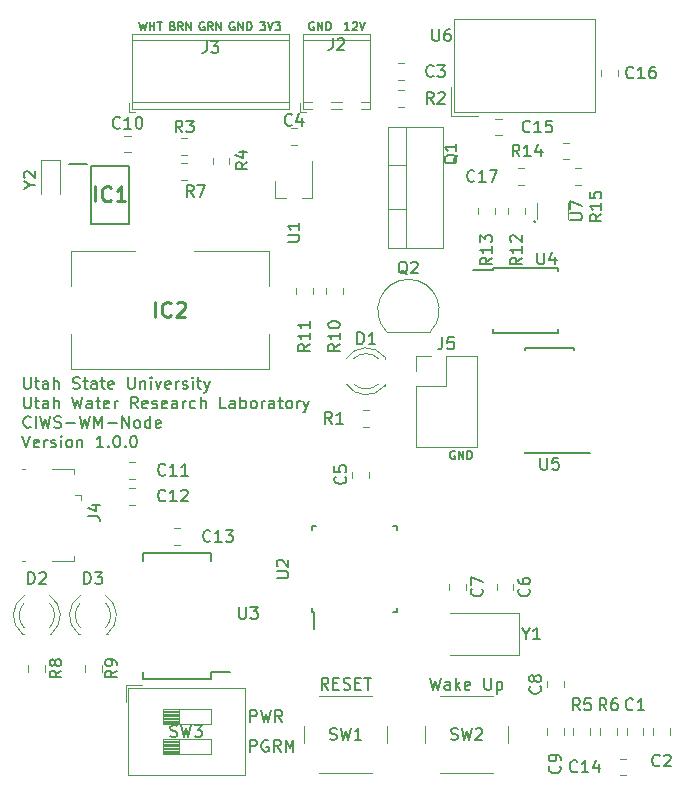
<source format=gto>
G04 #@! TF.GenerationSoftware,KiCad,Pcbnew,(5.1.5)-3*
G04 #@! TF.CreationDate,2020-10-20T09:52:33-06:00*
G04 #@! TF.ProjectId,ComputationalPrototype,436f6d70-7574-4617-9469-6f6e616c5072,rev?*
G04 #@! TF.SameCoordinates,Original*
G04 #@! TF.FileFunction,Legend,Top*
G04 #@! TF.FilePolarity,Positive*
%FSLAX46Y46*%
G04 Gerber Fmt 4.6, Leading zero omitted, Abs format (unit mm)*
G04 Created by KiCad (PCBNEW (5.1.5)-3) date 2020-10-20 09:52:33*
%MOMM*%
%LPD*%
G04 APERTURE LIST*
%ADD10C,0.150000*%
%ADD11C,0.100000*%
%ADD12C,0.200000*%
%ADD13C,0.120000*%
%ADD14C,0.010000*%
%ADD15C,0.254000*%
G04 APERTURE END LIST*
D10*
X124542666Y-60449666D02*
X124709333Y-61149666D01*
X124842666Y-60649666D01*
X124976000Y-61149666D01*
X125142666Y-60449666D01*
X125409333Y-61149666D02*
X125409333Y-60449666D01*
X125409333Y-60783000D02*
X125809333Y-60783000D01*
X125809333Y-61149666D02*
X125809333Y-60449666D01*
X126042666Y-60449666D02*
X126442666Y-60449666D01*
X126242666Y-61149666D02*
X126242666Y-60449666D01*
X127349333Y-60783000D02*
X127449333Y-60816333D01*
X127482666Y-60849666D01*
X127516000Y-60916333D01*
X127516000Y-61016333D01*
X127482666Y-61083000D01*
X127449333Y-61116333D01*
X127382666Y-61149666D01*
X127116000Y-61149666D01*
X127116000Y-60449666D01*
X127349333Y-60449666D01*
X127416000Y-60483000D01*
X127449333Y-60516333D01*
X127482666Y-60583000D01*
X127482666Y-60649666D01*
X127449333Y-60716333D01*
X127416000Y-60749666D01*
X127349333Y-60783000D01*
X127116000Y-60783000D01*
X128216000Y-61149666D02*
X127982666Y-60816333D01*
X127816000Y-61149666D02*
X127816000Y-60449666D01*
X128082666Y-60449666D01*
X128149333Y-60483000D01*
X128182666Y-60516333D01*
X128216000Y-60583000D01*
X128216000Y-60683000D01*
X128182666Y-60749666D01*
X128149333Y-60783000D01*
X128082666Y-60816333D01*
X127816000Y-60816333D01*
X128516000Y-61149666D02*
X128516000Y-60449666D01*
X128916000Y-61149666D01*
X128916000Y-60449666D01*
X130022666Y-60483000D02*
X129956000Y-60449666D01*
X129856000Y-60449666D01*
X129756000Y-60483000D01*
X129689333Y-60549666D01*
X129656000Y-60616333D01*
X129622666Y-60749666D01*
X129622666Y-60849666D01*
X129656000Y-60983000D01*
X129689333Y-61049666D01*
X129756000Y-61116333D01*
X129856000Y-61149666D01*
X129922666Y-61149666D01*
X130022666Y-61116333D01*
X130056000Y-61083000D01*
X130056000Y-60849666D01*
X129922666Y-60849666D01*
X130756000Y-61149666D02*
X130522666Y-60816333D01*
X130356000Y-61149666D02*
X130356000Y-60449666D01*
X130622666Y-60449666D01*
X130689333Y-60483000D01*
X130722666Y-60516333D01*
X130756000Y-60583000D01*
X130756000Y-60683000D01*
X130722666Y-60749666D01*
X130689333Y-60783000D01*
X130622666Y-60816333D01*
X130356000Y-60816333D01*
X131056000Y-61149666D02*
X131056000Y-60449666D01*
X131456000Y-61149666D01*
X131456000Y-60449666D01*
X132562666Y-60483000D02*
X132496000Y-60449666D01*
X132396000Y-60449666D01*
X132296000Y-60483000D01*
X132229333Y-60549666D01*
X132196000Y-60616333D01*
X132162666Y-60749666D01*
X132162666Y-60849666D01*
X132196000Y-60983000D01*
X132229333Y-61049666D01*
X132296000Y-61116333D01*
X132396000Y-61149666D01*
X132462666Y-61149666D01*
X132562666Y-61116333D01*
X132596000Y-61083000D01*
X132596000Y-60849666D01*
X132462666Y-60849666D01*
X132896000Y-61149666D02*
X132896000Y-60449666D01*
X133296000Y-61149666D01*
X133296000Y-60449666D01*
X133629333Y-61149666D02*
X133629333Y-60449666D01*
X133796000Y-60449666D01*
X133896000Y-60483000D01*
X133962666Y-60549666D01*
X133996000Y-60616333D01*
X134029333Y-60749666D01*
X134029333Y-60849666D01*
X133996000Y-60983000D01*
X133962666Y-61049666D01*
X133896000Y-61116333D01*
X133796000Y-61149666D01*
X133629333Y-61149666D01*
X134769333Y-60449666D02*
X135202666Y-60449666D01*
X134969333Y-60716333D01*
X135069333Y-60716333D01*
X135136000Y-60749666D01*
X135169333Y-60783000D01*
X135202666Y-60849666D01*
X135202666Y-61016333D01*
X135169333Y-61083000D01*
X135136000Y-61116333D01*
X135069333Y-61149666D01*
X134869333Y-61149666D01*
X134802666Y-61116333D01*
X134769333Y-61083000D01*
X135402666Y-60449666D02*
X135636000Y-61149666D01*
X135869333Y-60449666D01*
X136036000Y-60449666D02*
X136469333Y-60449666D01*
X136236000Y-60716333D01*
X136336000Y-60716333D01*
X136402666Y-60749666D01*
X136436000Y-60783000D01*
X136469333Y-60849666D01*
X136469333Y-61016333D01*
X136436000Y-61083000D01*
X136402666Y-61116333D01*
X136336000Y-61149666D01*
X136136000Y-61149666D01*
X136069333Y-61116333D01*
X136036000Y-61083000D01*
X142314666Y-61149666D02*
X141914666Y-61149666D01*
X142114666Y-61149666D02*
X142114666Y-60449666D01*
X142048000Y-60549666D01*
X141981333Y-60616333D01*
X141914666Y-60649666D01*
X142581333Y-60516333D02*
X142614666Y-60483000D01*
X142681333Y-60449666D01*
X142848000Y-60449666D01*
X142914666Y-60483000D01*
X142948000Y-60516333D01*
X142981333Y-60583000D01*
X142981333Y-60649666D01*
X142948000Y-60749666D01*
X142548000Y-61149666D01*
X142981333Y-61149666D01*
X143181333Y-60449666D02*
X143414666Y-61149666D01*
X143648000Y-60449666D01*
X139293666Y-60483000D02*
X139227000Y-60449666D01*
X139127000Y-60449666D01*
X139027000Y-60483000D01*
X138960333Y-60549666D01*
X138927000Y-60616333D01*
X138893666Y-60749666D01*
X138893666Y-60849666D01*
X138927000Y-60983000D01*
X138960333Y-61049666D01*
X139027000Y-61116333D01*
X139127000Y-61149666D01*
X139193666Y-61149666D01*
X139293666Y-61116333D01*
X139327000Y-61083000D01*
X139327000Y-60849666D01*
X139193666Y-60849666D01*
X139627000Y-61149666D02*
X139627000Y-60449666D01*
X140027000Y-61149666D01*
X140027000Y-60449666D01*
X140360333Y-61149666D02*
X140360333Y-60449666D01*
X140527000Y-60449666D01*
X140627000Y-60483000D01*
X140693666Y-60549666D01*
X140727000Y-60616333D01*
X140760333Y-60749666D01*
X140760333Y-60849666D01*
X140727000Y-60983000D01*
X140693666Y-61049666D01*
X140627000Y-61116333D01*
X140527000Y-61149666D01*
X140360333Y-61149666D01*
X151231666Y-96805000D02*
X151165000Y-96771666D01*
X151065000Y-96771666D01*
X150965000Y-96805000D01*
X150898333Y-96871666D01*
X150865000Y-96938333D01*
X150831666Y-97071666D01*
X150831666Y-97171666D01*
X150865000Y-97305000D01*
X150898333Y-97371666D01*
X150965000Y-97438333D01*
X151065000Y-97471666D01*
X151131666Y-97471666D01*
X151231666Y-97438333D01*
X151265000Y-97405000D01*
X151265000Y-97171666D01*
X151131666Y-97171666D01*
X151565000Y-97471666D02*
X151565000Y-96771666D01*
X151965000Y-97471666D01*
X151965000Y-96771666D01*
X152298333Y-97471666D02*
X152298333Y-96771666D01*
X152465000Y-96771666D01*
X152565000Y-96805000D01*
X152631666Y-96871666D01*
X152665000Y-96938333D01*
X152698333Y-97071666D01*
X152698333Y-97171666D01*
X152665000Y-97305000D01*
X152631666Y-97371666D01*
X152565000Y-97438333D01*
X152465000Y-97471666D01*
X152298333Y-97471666D01*
X114762595Y-90512880D02*
X114762595Y-91322404D01*
X114810214Y-91417642D01*
X114857833Y-91465261D01*
X114953071Y-91512880D01*
X115143547Y-91512880D01*
X115238785Y-91465261D01*
X115286404Y-91417642D01*
X115334023Y-91322404D01*
X115334023Y-90512880D01*
X115667357Y-90846214D02*
X116048309Y-90846214D01*
X115810214Y-90512880D02*
X115810214Y-91370023D01*
X115857833Y-91465261D01*
X115953071Y-91512880D01*
X116048309Y-91512880D01*
X116810214Y-91512880D02*
X116810214Y-90989071D01*
X116762595Y-90893833D01*
X116667357Y-90846214D01*
X116476880Y-90846214D01*
X116381642Y-90893833D01*
X116810214Y-91465261D02*
X116714976Y-91512880D01*
X116476880Y-91512880D01*
X116381642Y-91465261D01*
X116334023Y-91370023D01*
X116334023Y-91274785D01*
X116381642Y-91179547D01*
X116476880Y-91131928D01*
X116714976Y-91131928D01*
X116810214Y-91084309D01*
X117286404Y-91512880D02*
X117286404Y-90512880D01*
X117714976Y-91512880D02*
X117714976Y-90989071D01*
X117667357Y-90893833D01*
X117572119Y-90846214D01*
X117429261Y-90846214D01*
X117334023Y-90893833D01*
X117286404Y-90941452D01*
X118905452Y-91465261D02*
X119048309Y-91512880D01*
X119286404Y-91512880D01*
X119381642Y-91465261D01*
X119429261Y-91417642D01*
X119476880Y-91322404D01*
X119476880Y-91227166D01*
X119429261Y-91131928D01*
X119381642Y-91084309D01*
X119286404Y-91036690D01*
X119095928Y-90989071D01*
X119000690Y-90941452D01*
X118953071Y-90893833D01*
X118905452Y-90798595D01*
X118905452Y-90703357D01*
X118953071Y-90608119D01*
X119000690Y-90560500D01*
X119095928Y-90512880D01*
X119334023Y-90512880D01*
X119476880Y-90560500D01*
X119762595Y-90846214D02*
X120143547Y-90846214D01*
X119905452Y-90512880D02*
X119905452Y-91370023D01*
X119953071Y-91465261D01*
X120048309Y-91512880D01*
X120143547Y-91512880D01*
X120905452Y-91512880D02*
X120905452Y-90989071D01*
X120857833Y-90893833D01*
X120762595Y-90846214D01*
X120572119Y-90846214D01*
X120476880Y-90893833D01*
X120905452Y-91465261D02*
X120810214Y-91512880D01*
X120572119Y-91512880D01*
X120476880Y-91465261D01*
X120429261Y-91370023D01*
X120429261Y-91274785D01*
X120476880Y-91179547D01*
X120572119Y-91131928D01*
X120810214Y-91131928D01*
X120905452Y-91084309D01*
X121238785Y-90846214D02*
X121619738Y-90846214D01*
X121381642Y-90512880D02*
X121381642Y-91370023D01*
X121429261Y-91465261D01*
X121524500Y-91512880D01*
X121619738Y-91512880D01*
X122334023Y-91465261D02*
X122238785Y-91512880D01*
X122048309Y-91512880D01*
X121953071Y-91465261D01*
X121905452Y-91370023D01*
X121905452Y-90989071D01*
X121953071Y-90893833D01*
X122048309Y-90846214D01*
X122238785Y-90846214D01*
X122334023Y-90893833D01*
X122381642Y-90989071D01*
X122381642Y-91084309D01*
X121905452Y-91179547D01*
X123572119Y-90512880D02*
X123572119Y-91322404D01*
X123619738Y-91417642D01*
X123667357Y-91465261D01*
X123762595Y-91512880D01*
X123953071Y-91512880D01*
X124048309Y-91465261D01*
X124095928Y-91417642D01*
X124143547Y-91322404D01*
X124143547Y-90512880D01*
X124619738Y-90846214D02*
X124619738Y-91512880D01*
X124619738Y-90941452D02*
X124667357Y-90893833D01*
X124762595Y-90846214D01*
X124905452Y-90846214D01*
X125000690Y-90893833D01*
X125048309Y-90989071D01*
X125048309Y-91512880D01*
X125524500Y-91512880D02*
X125524500Y-90846214D01*
X125524500Y-90512880D02*
X125476880Y-90560500D01*
X125524500Y-90608119D01*
X125572119Y-90560500D01*
X125524500Y-90512880D01*
X125524500Y-90608119D01*
X125905452Y-90846214D02*
X126143547Y-91512880D01*
X126381642Y-90846214D01*
X127143547Y-91465261D02*
X127048309Y-91512880D01*
X126857833Y-91512880D01*
X126762595Y-91465261D01*
X126714976Y-91370023D01*
X126714976Y-90989071D01*
X126762595Y-90893833D01*
X126857833Y-90846214D01*
X127048309Y-90846214D01*
X127143547Y-90893833D01*
X127191166Y-90989071D01*
X127191166Y-91084309D01*
X126714976Y-91179547D01*
X127619738Y-91512880D02*
X127619738Y-90846214D01*
X127619738Y-91036690D02*
X127667357Y-90941452D01*
X127714976Y-90893833D01*
X127810214Y-90846214D01*
X127905452Y-90846214D01*
X128191166Y-91465261D02*
X128286404Y-91512880D01*
X128476880Y-91512880D01*
X128572119Y-91465261D01*
X128619738Y-91370023D01*
X128619738Y-91322404D01*
X128572119Y-91227166D01*
X128476880Y-91179547D01*
X128334023Y-91179547D01*
X128238785Y-91131928D01*
X128191166Y-91036690D01*
X128191166Y-90989071D01*
X128238785Y-90893833D01*
X128334023Y-90846214D01*
X128476880Y-90846214D01*
X128572119Y-90893833D01*
X129048309Y-91512880D02*
X129048309Y-90846214D01*
X129048309Y-90512880D02*
X129000690Y-90560500D01*
X129048309Y-90608119D01*
X129095928Y-90560500D01*
X129048309Y-90512880D01*
X129048309Y-90608119D01*
X129381642Y-90846214D02*
X129762595Y-90846214D01*
X129524500Y-90512880D02*
X129524500Y-91370023D01*
X129572119Y-91465261D01*
X129667357Y-91512880D01*
X129762595Y-91512880D01*
X130000690Y-90846214D02*
X130238785Y-91512880D01*
X130476880Y-90846214D02*
X130238785Y-91512880D01*
X130143547Y-91750976D01*
X130095928Y-91798595D01*
X130000690Y-91846214D01*
X114762595Y-92162880D02*
X114762595Y-92972404D01*
X114810214Y-93067642D01*
X114857833Y-93115261D01*
X114953071Y-93162880D01*
X115143547Y-93162880D01*
X115238785Y-93115261D01*
X115286404Y-93067642D01*
X115334023Y-92972404D01*
X115334023Y-92162880D01*
X115667357Y-92496214D02*
X116048309Y-92496214D01*
X115810214Y-92162880D02*
X115810214Y-93020023D01*
X115857833Y-93115261D01*
X115953071Y-93162880D01*
X116048309Y-93162880D01*
X116810214Y-93162880D02*
X116810214Y-92639071D01*
X116762595Y-92543833D01*
X116667357Y-92496214D01*
X116476880Y-92496214D01*
X116381642Y-92543833D01*
X116810214Y-93115261D02*
X116714976Y-93162880D01*
X116476880Y-93162880D01*
X116381642Y-93115261D01*
X116334023Y-93020023D01*
X116334023Y-92924785D01*
X116381642Y-92829547D01*
X116476880Y-92781928D01*
X116714976Y-92781928D01*
X116810214Y-92734309D01*
X117286404Y-93162880D02*
X117286404Y-92162880D01*
X117714976Y-93162880D02*
X117714976Y-92639071D01*
X117667357Y-92543833D01*
X117572119Y-92496214D01*
X117429261Y-92496214D01*
X117334023Y-92543833D01*
X117286404Y-92591452D01*
X118857833Y-92162880D02*
X119095928Y-93162880D01*
X119286404Y-92448595D01*
X119476880Y-93162880D01*
X119714976Y-92162880D01*
X120524500Y-93162880D02*
X120524500Y-92639071D01*
X120476880Y-92543833D01*
X120381642Y-92496214D01*
X120191166Y-92496214D01*
X120095928Y-92543833D01*
X120524500Y-93115261D02*
X120429261Y-93162880D01*
X120191166Y-93162880D01*
X120095928Y-93115261D01*
X120048309Y-93020023D01*
X120048309Y-92924785D01*
X120095928Y-92829547D01*
X120191166Y-92781928D01*
X120429261Y-92781928D01*
X120524500Y-92734309D01*
X120857833Y-92496214D02*
X121238785Y-92496214D01*
X121000690Y-92162880D02*
X121000690Y-93020023D01*
X121048309Y-93115261D01*
X121143547Y-93162880D01*
X121238785Y-93162880D01*
X121953071Y-93115261D02*
X121857833Y-93162880D01*
X121667357Y-93162880D01*
X121572119Y-93115261D01*
X121524500Y-93020023D01*
X121524500Y-92639071D01*
X121572119Y-92543833D01*
X121667357Y-92496214D01*
X121857833Y-92496214D01*
X121953071Y-92543833D01*
X122000690Y-92639071D01*
X122000690Y-92734309D01*
X121524500Y-92829547D01*
X122429261Y-93162880D02*
X122429261Y-92496214D01*
X122429261Y-92686690D02*
X122476880Y-92591452D01*
X122524500Y-92543833D01*
X122619738Y-92496214D01*
X122714976Y-92496214D01*
X124381642Y-93162880D02*
X124048309Y-92686690D01*
X123810214Y-93162880D02*
X123810214Y-92162880D01*
X124191166Y-92162880D01*
X124286404Y-92210500D01*
X124334023Y-92258119D01*
X124381642Y-92353357D01*
X124381642Y-92496214D01*
X124334023Y-92591452D01*
X124286404Y-92639071D01*
X124191166Y-92686690D01*
X123810214Y-92686690D01*
X125191166Y-93115261D02*
X125095928Y-93162880D01*
X124905452Y-93162880D01*
X124810214Y-93115261D01*
X124762595Y-93020023D01*
X124762595Y-92639071D01*
X124810214Y-92543833D01*
X124905452Y-92496214D01*
X125095928Y-92496214D01*
X125191166Y-92543833D01*
X125238785Y-92639071D01*
X125238785Y-92734309D01*
X124762595Y-92829547D01*
X125619738Y-93115261D02*
X125714976Y-93162880D01*
X125905452Y-93162880D01*
X126000690Y-93115261D01*
X126048309Y-93020023D01*
X126048309Y-92972404D01*
X126000690Y-92877166D01*
X125905452Y-92829547D01*
X125762595Y-92829547D01*
X125667357Y-92781928D01*
X125619738Y-92686690D01*
X125619738Y-92639071D01*
X125667357Y-92543833D01*
X125762595Y-92496214D01*
X125905452Y-92496214D01*
X126000690Y-92543833D01*
X126857833Y-93115261D02*
X126762595Y-93162880D01*
X126572119Y-93162880D01*
X126476880Y-93115261D01*
X126429261Y-93020023D01*
X126429261Y-92639071D01*
X126476880Y-92543833D01*
X126572119Y-92496214D01*
X126762595Y-92496214D01*
X126857833Y-92543833D01*
X126905452Y-92639071D01*
X126905452Y-92734309D01*
X126429261Y-92829547D01*
X127762595Y-93162880D02*
X127762595Y-92639071D01*
X127714976Y-92543833D01*
X127619738Y-92496214D01*
X127429261Y-92496214D01*
X127334023Y-92543833D01*
X127762595Y-93115261D02*
X127667357Y-93162880D01*
X127429261Y-93162880D01*
X127334023Y-93115261D01*
X127286404Y-93020023D01*
X127286404Y-92924785D01*
X127334023Y-92829547D01*
X127429261Y-92781928D01*
X127667357Y-92781928D01*
X127762595Y-92734309D01*
X128238785Y-93162880D02*
X128238785Y-92496214D01*
X128238785Y-92686690D02*
X128286404Y-92591452D01*
X128334023Y-92543833D01*
X128429261Y-92496214D01*
X128524500Y-92496214D01*
X129286404Y-93115261D02*
X129191166Y-93162880D01*
X129000690Y-93162880D01*
X128905452Y-93115261D01*
X128857833Y-93067642D01*
X128810214Y-92972404D01*
X128810214Y-92686690D01*
X128857833Y-92591452D01*
X128905452Y-92543833D01*
X129000690Y-92496214D01*
X129191166Y-92496214D01*
X129286404Y-92543833D01*
X129714976Y-93162880D02*
X129714976Y-92162880D01*
X130143547Y-93162880D02*
X130143547Y-92639071D01*
X130095928Y-92543833D01*
X130000690Y-92496214D01*
X129857833Y-92496214D01*
X129762595Y-92543833D01*
X129714976Y-92591452D01*
X131857833Y-93162880D02*
X131381642Y-93162880D01*
X131381642Y-92162880D01*
X132619738Y-93162880D02*
X132619738Y-92639071D01*
X132572119Y-92543833D01*
X132476880Y-92496214D01*
X132286404Y-92496214D01*
X132191166Y-92543833D01*
X132619738Y-93115261D02*
X132524500Y-93162880D01*
X132286404Y-93162880D01*
X132191166Y-93115261D01*
X132143547Y-93020023D01*
X132143547Y-92924785D01*
X132191166Y-92829547D01*
X132286404Y-92781928D01*
X132524500Y-92781928D01*
X132619738Y-92734309D01*
X133095928Y-93162880D02*
X133095928Y-92162880D01*
X133095928Y-92543833D02*
X133191166Y-92496214D01*
X133381642Y-92496214D01*
X133476880Y-92543833D01*
X133524500Y-92591452D01*
X133572119Y-92686690D01*
X133572119Y-92972404D01*
X133524500Y-93067642D01*
X133476880Y-93115261D01*
X133381642Y-93162880D01*
X133191166Y-93162880D01*
X133095928Y-93115261D01*
X134143547Y-93162880D02*
X134048309Y-93115261D01*
X134000690Y-93067642D01*
X133953071Y-92972404D01*
X133953071Y-92686690D01*
X134000690Y-92591452D01*
X134048309Y-92543833D01*
X134143547Y-92496214D01*
X134286404Y-92496214D01*
X134381642Y-92543833D01*
X134429261Y-92591452D01*
X134476880Y-92686690D01*
X134476880Y-92972404D01*
X134429261Y-93067642D01*
X134381642Y-93115261D01*
X134286404Y-93162880D01*
X134143547Y-93162880D01*
X134905452Y-93162880D02*
X134905452Y-92496214D01*
X134905452Y-92686690D02*
X134953071Y-92591452D01*
X135000690Y-92543833D01*
X135095928Y-92496214D01*
X135191166Y-92496214D01*
X135953071Y-93162880D02*
X135953071Y-92639071D01*
X135905452Y-92543833D01*
X135810214Y-92496214D01*
X135619738Y-92496214D01*
X135524500Y-92543833D01*
X135953071Y-93115261D02*
X135857833Y-93162880D01*
X135619738Y-93162880D01*
X135524500Y-93115261D01*
X135476880Y-93020023D01*
X135476880Y-92924785D01*
X135524500Y-92829547D01*
X135619738Y-92781928D01*
X135857833Y-92781928D01*
X135953071Y-92734309D01*
X136286404Y-92496214D02*
X136667357Y-92496214D01*
X136429261Y-92162880D02*
X136429261Y-93020023D01*
X136476880Y-93115261D01*
X136572119Y-93162880D01*
X136667357Y-93162880D01*
X137143547Y-93162880D02*
X137048309Y-93115261D01*
X137000690Y-93067642D01*
X136953071Y-92972404D01*
X136953071Y-92686690D01*
X137000690Y-92591452D01*
X137048309Y-92543833D01*
X137143547Y-92496214D01*
X137286404Y-92496214D01*
X137381642Y-92543833D01*
X137429261Y-92591452D01*
X137476880Y-92686690D01*
X137476880Y-92972404D01*
X137429261Y-93067642D01*
X137381642Y-93115261D01*
X137286404Y-93162880D01*
X137143547Y-93162880D01*
X137905452Y-93162880D02*
X137905452Y-92496214D01*
X137905452Y-92686690D02*
X137953071Y-92591452D01*
X138000690Y-92543833D01*
X138095928Y-92496214D01*
X138191166Y-92496214D01*
X138429261Y-92496214D02*
X138667357Y-93162880D01*
X138905452Y-92496214D02*
X138667357Y-93162880D01*
X138572119Y-93400976D01*
X138524500Y-93448595D01*
X138429261Y-93496214D01*
X115334023Y-94717642D02*
X115286404Y-94765261D01*
X115143547Y-94812880D01*
X115048309Y-94812880D01*
X114905452Y-94765261D01*
X114810214Y-94670023D01*
X114762595Y-94574785D01*
X114714976Y-94384309D01*
X114714976Y-94241452D01*
X114762595Y-94050976D01*
X114810214Y-93955738D01*
X114905452Y-93860500D01*
X115048309Y-93812880D01*
X115143547Y-93812880D01*
X115286404Y-93860500D01*
X115334023Y-93908119D01*
X115762595Y-94812880D02*
X115762595Y-93812880D01*
X116143547Y-93812880D02*
X116381642Y-94812880D01*
X116572119Y-94098595D01*
X116762595Y-94812880D01*
X117000690Y-93812880D01*
X117334023Y-94765261D02*
X117476880Y-94812880D01*
X117714976Y-94812880D01*
X117810214Y-94765261D01*
X117857833Y-94717642D01*
X117905452Y-94622404D01*
X117905452Y-94527166D01*
X117857833Y-94431928D01*
X117810214Y-94384309D01*
X117714976Y-94336690D01*
X117524500Y-94289071D01*
X117429261Y-94241452D01*
X117381642Y-94193833D01*
X117334023Y-94098595D01*
X117334023Y-94003357D01*
X117381642Y-93908119D01*
X117429261Y-93860500D01*
X117524500Y-93812880D01*
X117762595Y-93812880D01*
X117905452Y-93860500D01*
X118334023Y-94431928D02*
X119095928Y-94431928D01*
X119476880Y-93812880D02*
X119714976Y-94812880D01*
X119905452Y-94098595D01*
X120095928Y-94812880D01*
X120334023Y-93812880D01*
X120714976Y-94812880D02*
X120714976Y-93812880D01*
X121048309Y-94527166D01*
X121381642Y-93812880D01*
X121381642Y-94812880D01*
X121857833Y-94431928D02*
X122619738Y-94431928D01*
X123095928Y-94812880D02*
X123095928Y-93812880D01*
X123667357Y-94812880D01*
X123667357Y-93812880D01*
X124286404Y-94812880D02*
X124191166Y-94765261D01*
X124143547Y-94717642D01*
X124095928Y-94622404D01*
X124095928Y-94336690D01*
X124143547Y-94241452D01*
X124191166Y-94193833D01*
X124286404Y-94146214D01*
X124429261Y-94146214D01*
X124524500Y-94193833D01*
X124572119Y-94241452D01*
X124619738Y-94336690D01*
X124619738Y-94622404D01*
X124572119Y-94717642D01*
X124524500Y-94765261D01*
X124429261Y-94812880D01*
X124286404Y-94812880D01*
X125476880Y-94812880D02*
X125476880Y-93812880D01*
X125476880Y-94765261D02*
X125381642Y-94812880D01*
X125191166Y-94812880D01*
X125095928Y-94765261D01*
X125048309Y-94717642D01*
X125000690Y-94622404D01*
X125000690Y-94336690D01*
X125048309Y-94241452D01*
X125095928Y-94193833D01*
X125191166Y-94146214D01*
X125381642Y-94146214D01*
X125476880Y-94193833D01*
X126334023Y-94765261D02*
X126238785Y-94812880D01*
X126048309Y-94812880D01*
X125953071Y-94765261D01*
X125905452Y-94670023D01*
X125905452Y-94289071D01*
X125953071Y-94193833D01*
X126048309Y-94146214D01*
X126238785Y-94146214D01*
X126334023Y-94193833D01*
X126381642Y-94289071D01*
X126381642Y-94384309D01*
X125905452Y-94479547D01*
X114619738Y-95462880D02*
X114953071Y-96462880D01*
X115286404Y-95462880D01*
X116000690Y-96415261D02*
X115905452Y-96462880D01*
X115714976Y-96462880D01*
X115619738Y-96415261D01*
X115572119Y-96320023D01*
X115572119Y-95939071D01*
X115619738Y-95843833D01*
X115714976Y-95796214D01*
X115905452Y-95796214D01*
X116000690Y-95843833D01*
X116048309Y-95939071D01*
X116048309Y-96034309D01*
X115572119Y-96129547D01*
X116476880Y-96462880D02*
X116476880Y-95796214D01*
X116476880Y-95986690D02*
X116524500Y-95891452D01*
X116572119Y-95843833D01*
X116667357Y-95796214D01*
X116762595Y-95796214D01*
X117048309Y-96415261D02*
X117143547Y-96462880D01*
X117334023Y-96462880D01*
X117429261Y-96415261D01*
X117476880Y-96320023D01*
X117476880Y-96272404D01*
X117429261Y-96177166D01*
X117334023Y-96129547D01*
X117191166Y-96129547D01*
X117095928Y-96081928D01*
X117048309Y-95986690D01*
X117048309Y-95939071D01*
X117095928Y-95843833D01*
X117191166Y-95796214D01*
X117334023Y-95796214D01*
X117429261Y-95843833D01*
X117905452Y-96462880D02*
X117905452Y-95796214D01*
X117905452Y-95462880D02*
X117857833Y-95510500D01*
X117905452Y-95558119D01*
X117953071Y-95510500D01*
X117905452Y-95462880D01*
X117905452Y-95558119D01*
X118524500Y-96462880D02*
X118429261Y-96415261D01*
X118381642Y-96367642D01*
X118334023Y-96272404D01*
X118334023Y-95986690D01*
X118381642Y-95891452D01*
X118429261Y-95843833D01*
X118524500Y-95796214D01*
X118667357Y-95796214D01*
X118762595Y-95843833D01*
X118810214Y-95891452D01*
X118857833Y-95986690D01*
X118857833Y-96272404D01*
X118810214Y-96367642D01*
X118762595Y-96415261D01*
X118667357Y-96462880D01*
X118524500Y-96462880D01*
X119286404Y-95796214D02*
X119286404Y-96462880D01*
X119286404Y-95891452D02*
X119334023Y-95843833D01*
X119429261Y-95796214D01*
X119572119Y-95796214D01*
X119667357Y-95843833D01*
X119714976Y-95939071D01*
X119714976Y-96462880D01*
X121476880Y-96462880D02*
X120905452Y-96462880D01*
X121191166Y-96462880D02*
X121191166Y-95462880D01*
X121095928Y-95605738D01*
X121000690Y-95700976D01*
X120905452Y-95748595D01*
X121905452Y-96367642D02*
X121953071Y-96415261D01*
X121905452Y-96462880D01*
X121857833Y-96415261D01*
X121905452Y-96367642D01*
X121905452Y-96462880D01*
X122572119Y-95462880D02*
X122667357Y-95462880D01*
X122762595Y-95510500D01*
X122810214Y-95558119D01*
X122857833Y-95653357D01*
X122905452Y-95843833D01*
X122905452Y-96081928D01*
X122857833Y-96272404D01*
X122810214Y-96367642D01*
X122762595Y-96415261D01*
X122667357Y-96462880D01*
X122572119Y-96462880D01*
X122476880Y-96415261D01*
X122429261Y-96367642D01*
X122381642Y-96272404D01*
X122334023Y-96081928D01*
X122334023Y-95843833D01*
X122381642Y-95653357D01*
X122429261Y-95558119D01*
X122476880Y-95510500D01*
X122572119Y-95462880D01*
X123334023Y-96367642D02*
X123381642Y-96415261D01*
X123334023Y-96462880D01*
X123286404Y-96415261D01*
X123334023Y-96367642D01*
X123334023Y-96462880D01*
X124000690Y-95462880D02*
X124095928Y-95462880D01*
X124191166Y-95510500D01*
X124238785Y-95558119D01*
X124286404Y-95653357D01*
X124334023Y-95843833D01*
X124334023Y-96081928D01*
X124286404Y-96272404D01*
X124238785Y-96367642D01*
X124191166Y-96415261D01*
X124095928Y-96462880D01*
X124000690Y-96462880D01*
X123905452Y-96415261D01*
X123857833Y-96367642D01*
X123810214Y-96272404D01*
X123762595Y-96081928D01*
X123762595Y-95843833D01*
X123810214Y-95653357D01*
X123857833Y-95558119D01*
X123905452Y-95510500D01*
X124000690Y-95462880D01*
D11*
X135527000Y-79836000D02*
X129127000Y-79836000D01*
X135527000Y-82836000D02*
X135527000Y-79836000D01*
X135527000Y-89836000D02*
X135527000Y-86836000D01*
X118727000Y-89836000D02*
X135527000Y-89836000D01*
X118727000Y-86836000D02*
X118727000Y-89836000D01*
X118727000Y-79836000D02*
X118727000Y-82836000D01*
X124127000Y-79836000D02*
X118727000Y-79836000D01*
D12*
X118547000Y-72452000D02*
X120097000Y-72452000D01*
X120447000Y-77507000D02*
X120447000Y-72607000D01*
X123647000Y-77507000D02*
X120447000Y-77507000D01*
X123647000Y-72607000D02*
X123647000Y-77507000D01*
X120447000Y-72607000D02*
X123647000Y-72607000D01*
D13*
X161409748Y-74243000D02*
X161932252Y-74243000D01*
X161409748Y-72823000D02*
X161932252Y-72823000D01*
X160393748Y-72084000D02*
X160916252Y-72084000D01*
X160393748Y-70664000D02*
X160916252Y-70664000D01*
X154634000Y-76724252D02*
X154634000Y-76201748D01*
X153214000Y-76724252D02*
X153214000Y-76201748D01*
X155754000Y-76192748D02*
X155754000Y-76715252D01*
X157174000Y-76192748D02*
X157174000Y-76715252D01*
X156583748Y-74243000D02*
X157106252Y-74243000D01*
X156583748Y-72823000D02*
X157106252Y-72823000D01*
D14*
X158112000Y-77354000D02*
G75*
G03X158112000Y-77354000I-100000J0D01*
G01*
X160862000Y-77104000D02*
X160862000Y-75804000D01*
X158162000Y-77104000D02*
X158162000Y-75804000D01*
D10*
X161325000Y-96970000D02*
X161325000Y-96945000D01*
X157175000Y-96970000D02*
X157175000Y-96855000D01*
X157175000Y-88070000D02*
X157175000Y-88185000D01*
X161325000Y-88070000D02*
X161325000Y-88185000D01*
X161325000Y-96970000D02*
X157175000Y-96970000D01*
X161325000Y-88070000D02*
X157175000Y-88070000D01*
X161325000Y-96945000D02*
X162700000Y-96945000D01*
D13*
X165790000Y-120781252D02*
X165790000Y-120258748D01*
X167210000Y-120781252D02*
X167210000Y-120258748D01*
X168040000Y-120781252D02*
X168040000Y-120258748D01*
X169460000Y-120781252D02*
X169460000Y-120258748D01*
X146423748Y-63933000D02*
X146946252Y-63933000D01*
X146423748Y-65353000D02*
X146946252Y-65353000D01*
X137350748Y-69431000D02*
X137873252Y-69431000D01*
X137350748Y-70851000D02*
X137873252Y-70851000D01*
X142540000Y-99031252D02*
X142540000Y-98508748D01*
X143960000Y-99031252D02*
X143960000Y-98508748D01*
X156210000Y-108008748D02*
X156210000Y-108531252D01*
X154790000Y-108008748D02*
X154790000Y-108531252D01*
X150790000Y-108008748D02*
X150790000Y-108531252D01*
X152210000Y-108008748D02*
X152210000Y-108531252D01*
X160460000Y-116781252D02*
X160460000Y-116258748D01*
X159040000Y-116781252D02*
X159040000Y-116258748D01*
X160460000Y-120781252D02*
X160460000Y-120258748D01*
X159040000Y-120781252D02*
X159040000Y-120258748D01*
X123794252Y-71482000D02*
X123271748Y-71482000D01*
X123794252Y-70062000D02*
X123271748Y-70062000D01*
X123659748Y-97682500D02*
X124182252Y-97682500D01*
X123659748Y-99102500D02*
X124182252Y-99102500D01*
X123659748Y-101352500D02*
X124182252Y-101352500D01*
X123659748Y-99932500D02*
X124182252Y-99932500D01*
X127488748Y-104730000D02*
X128011252Y-104730000D01*
X127488748Y-103310000D02*
X128011252Y-103310000D01*
X165761252Y-124230000D02*
X165238748Y-124230000D01*
X165761252Y-122810000D02*
X165238748Y-122810000D01*
X154678748Y-70052000D02*
X155201252Y-70052000D01*
X154678748Y-68632000D02*
X155201252Y-68632000D01*
X163628000Y-65031252D02*
X163628000Y-64508748D01*
X165048000Y-65031252D02*
X165048000Y-64508748D01*
X145290000Y-91256000D02*
X145290000Y-91100000D01*
X145290000Y-88940000D02*
X145290000Y-88784000D01*
X142057665Y-91098608D02*
G75*
G03X145290000Y-91255516I1672335J1078608D01*
G01*
X142057665Y-88941392D02*
G75*
G02X145290000Y-88784484I1672335J-1078608D01*
G01*
X142688870Y-91099837D02*
G75*
G03X144770961Y-91100000I1041130J1079837D01*
G01*
X142688870Y-88940163D02*
G75*
G02X144770961Y-88940000I1041130J-1079837D01*
G01*
X116934837Y-109642370D02*
G75*
G02X116935000Y-111724461I-1079837J-1041130D01*
G01*
X114775163Y-109642370D02*
G75*
G03X114775000Y-111724461I1079837J-1041130D01*
G01*
X116933608Y-109011165D02*
G75*
G02X117090516Y-112243500I-1078608J-1672335D01*
G01*
X114776392Y-109011165D02*
G75*
G03X114619484Y-112243500I1078608J-1672335D01*
G01*
X116935000Y-112243500D02*
X117091000Y-112243500D01*
X114619000Y-112243500D02*
X114775000Y-112243500D01*
X119369000Y-112243500D02*
X119525000Y-112243500D01*
X121685000Y-112243500D02*
X121841000Y-112243500D01*
X119526392Y-109011165D02*
G75*
G03X119369484Y-112243500I1078608J-1672335D01*
G01*
X121683608Y-109011165D02*
G75*
G02X121840516Y-112243500I-1078608J-1672335D01*
G01*
X119525163Y-109642370D02*
G75*
G03X119525000Y-111724461I1079837J-1041130D01*
G01*
X121684837Y-109642370D02*
G75*
G02X121685000Y-111724461I-1079837J-1041130D01*
G01*
X138394000Y-67243000D02*
X139164000Y-67243000D01*
X140744000Y-67243000D02*
X141704000Y-67243000D01*
X143284000Y-67243000D02*
X144054000Y-67243000D01*
X138394000Y-61943000D02*
X144054000Y-61943000D01*
X138394000Y-61483000D02*
X144054000Y-61483000D01*
X138394000Y-67803000D02*
X139164000Y-67803000D01*
X140744000Y-67803000D02*
X141704000Y-67803000D01*
X143284000Y-67803000D02*
X144054000Y-67803000D01*
X138394000Y-61483000D02*
X138394000Y-67803000D01*
X144054000Y-61483000D02*
X144054000Y-67803000D01*
X138154000Y-67303000D02*
X138154000Y-68043000D01*
X138154000Y-68043000D02*
X138654000Y-68043000D01*
X123916000Y-67243000D02*
X137196000Y-67243000D01*
X123916000Y-61943000D02*
X137196000Y-61943000D01*
X123916000Y-61483000D02*
X137196000Y-61483000D01*
X123916000Y-67803000D02*
X137196000Y-67803000D01*
X123916000Y-61483000D02*
X123916000Y-67803000D01*
X137196000Y-61483000D02*
X137196000Y-67803000D01*
X123676000Y-67303000D02*
X123676000Y-68043000D01*
X123676000Y-68043000D02*
X124176000Y-68043000D01*
X119012500Y-98301500D02*
X119012500Y-98751500D01*
X117162500Y-98301500D02*
X119012500Y-98301500D01*
X114612500Y-106101500D02*
X114862500Y-106101500D01*
X114612500Y-98301500D02*
X114862500Y-98301500D01*
X117162500Y-106101500D02*
X119012500Y-106101500D01*
X119012500Y-106101500D02*
X119012500Y-105651500D01*
X119562500Y-100501500D02*
X119562500Y-100951500D01*
X119562500Y-100501500D02*
X119112500Y-100501500D01*
X147920000Y-96430000D02*
X153120000Y-96430000D01*
X147920000Y-91290000D02*
X147920000Y-96430000D01*
X153120000Y-88690000D02*
X153120000Y-96430000D01*
X147920000Y-91290000D02*
X150520000Y-91290000D01*
X150520000Y-91290000D02*
X150520000Y-88690000D01*
X150520000Y-88690000D02*
X153120000Y-88690000D01*
X147920000Y-90020000D02*
X147920000Y-88690000D01*
X147920000Y-88690000D02*
X149250000Y-88690000D01*
X145574000Y-79542000D02*
X145574000Y-69302000D01*
X150215000Y-79542000D02*
X150215000Y-69302000D01*
X145574000Y-79542000D02*
X150215000Y-79542000D01*
X145574000Y-69302000D02*
X150215000Y-69302000D01*
X147084000Y-79542000D02*
X147084000Y-69302000D01*
X145574000Y-76272000D02*
X147084000Y-76272000D01*
X145574000Y-72571000D02*
X147084000Y-72571000D01*
X145520000Y-86686000D02*
X149120000Y-86686000D01*
X145481522Y-86674478D02*
G75*
G02X147320000Y-82236000I1838478J1838478D01*
G01*
X149158478Y-86674478D02*
G75*
G03X147320000Y-82236000I-1838478J1838478D01*
G01*
X144011252Y-94730000D02*
X143488748Y-94730000D01*
X144011252Y-93310000D02*
X143488748Y-93310000D01*
X146423748Y-67639000D02*
X146946252Y-67639000D01*
X146423748Y-66219000D02*
X146946252Y-66219000D01*
X128594752Y-70283000D02*
X128072248Y-70283000D01*
X128594752Y-71703000D02*
X128072248Y-71703000D01*
X130735000Y-72460752D02*
X130735000Y-71938248D01*
X132155000Y-72460752D02*
X132155000Y-71938248D01*
X161290000Y-120781252D02*
X161290000Y-120258748D01*
X162710000Y-120781252D02*
X162710000Y-120258748D01*
X164960000Y-120781252D02*
X164960000Y-120258748D01*
X163540000Y-120781252D02*
X163540000Y-120258748D01*
X128594752Y-73798500D02*
X128072248Y-73798500D01*
X128594752Y-72378500D02*
X128072248Y-72378500D01*
X115145000Y-114927748D02*
X115145000Y-115450252D01*
X116565000Y-114927748D02*
X116565000Y-115450252D01*
X121360000Y-114927748D02*
X121360000Y-115450252D01*
X119940000Y-114927748D02*
X119940000Y-115450252D01*
X141770000Y-82994748D02*
X141770000Y-83517252D01*
X140350000Y-82994748D02*
X140350000Y-83517252D01*
X137810000Y-82994748D02*
X137810000Y-83517252D01*
X139230000Y-82994748D02*
X139230000Y-83517252D01*
X139750000Y-124020000D02*
X144250000Y-124020000D01*
X138500000Y-120020000D02*
X138500000Y-121520000D01*
X144250000Y-117520000D02*
X139750000Y-117520000D01*
X145500000Y-121520000D02*
X145500000Y-120020000D01*
X155750000Y-121520000D02*
X155750000Y-120020000D01*
X154500000Y-117520000D02*
X150000000Y-117520000D01*
X148750000Y-120020000D02*
X148750000Y-121520000D01*
X150000000Y-124020000D02*
X154500000Y-124020000D01*
X123610000Y-116850000D02*
X133510000Y-116850000D01*
X123610000Y-124230000D02*
X133510000Y-124230000D01*
X123610000Y-116850000D02*
X123610000Y-124230000D01*
X133510000Y-116850000D02*
X133510000Y-124230000D01*
X123370000Y-116610000D02*
X124754000Y-116610000D01*
X123370000Y-116610000D02*
X123370000Y-117993000D01*
X126530000Y-118635000D02*
X126530000Y-119905000D01*
X126530000Y-119905000D02*
X130590000Y-119905000D01*
X130590000Y-119905000D02*
X130590000Y-118635000D01*
X130590000Y-118635000D02*
X126530000Y-118635000D01*
X126530000Y-118755000D02*
X127883333Y-118755000D01*
X126530000Y-118875000D02*
X127883333Y-118875000D01*
X126530000Y-118995000D02*
X127883333Y-118995000D01*
X126530000Y-119115000D02*
X127883333Y-119115000D01*
X126530000Y-119235000D02*
X127883333Y-119235000D01*
X126530000Y-119355000D02*
X127883333Y-119355000D01*
X126530000Y-119475000D02*
X127883333Y-119475000D01*
X126530000Y-119595000D02*
X127883333Y-119595000D01*
X126530000Y-119715000D02*
X127883333Y-119715000D01*
X126530000Y-119835000D02*
X127883333Y-119835000D01*
X127883333Y-118635000D02*
X127883333Y-119905000D01*
X126530000Y-121175000D02*
X126530000Y-122445000D01*
X126530000Y-122445000D02*
X130590000Y-122445000D01*
X130590000Y-122445000D02*
X130590000Y-121175000D01*
X130590000Y-121175000D02*
X126530000Y-121175000D01*
X126530000Y-121295000D02*
X127883333Y-121295000D01*
X126530000Y-121415000D02*
X127883333Y-121415000D01*
X126530000Y-121535000D02*
X127883333Y-121535000D01*
X126530000Y-121655000D02*
X127883333Y-121655000D01*
X126530000Y-121775000D02*
X127883333Y-121775000D01*
X126530000Y-121895000D02*
X127883333Y-121895000D01*
X126530000Y-122015000D02*
X127883333Y-122015000D01*
X126530000Y-122135000D02*
X127883333Y-122135000D01*
X126530000Y-122255000D02*
X127883333Y-122255000D01*
X126530000Y-122375000D02*
X127883333Y-122375000D01*
X127883333Y-121175000D02*
X127883333Y-122445000D01*
X136032000Y-75346000D02*
X136962000Y-75346000D01*
X139192000Y-75346000D02*
X138262000Y-75346000D01*
X139192000Y-75346000D02*
X139192000Y-72186000D01*
X136032000Y-75346000D02*
X136032000Y-73886000D01*
D10*
X139350000Y-110395000D02*
X139350000Y-111820000D01*
X139125000Y-103145000D02*
X139125000Y-103470000D01*
X146375000Y-103145000D02*
X146375000Y-103470000D01*
X146375000Y-110395000D02*
X146375000Y-110070000D01*
X139125000Y-110395000D02*
X139125000Y-110070000D01*
X146375000Y-110395000D02*
X146050000Y-110395000D01*
X146375000Y-103145000D02*
X146050000Y-103145000D01*
X139125000Y-103145000D02*
X139450000Y-103145000D01*
X139125000Y-110395000D02*
X139350000Y-110395000D01*
X130625000Y-116095000D02*
X130625000Y-115520000D01*
X124875000Y-116095000D02*
X124875000Y-115445000D01*
X124875000Y-105445000D02*
X124875000Y-106095000D01*
X130625000Y-105445000D02*
X130625000Y-106095000D01*
X130625000Y-116095000D02*
X124875000Y-116095000D01*
X130625000Y-105445000D02*
X124875000Y-105445000D01*
X130625000Y-115520000D02*
X132225000Y-115520000D01*
X154500000Y-81265000D02*
X154500000Y-81470000D01*
X160000000Y-81265000D02*
X160000000Y-81565000D01*
X160000000Y-86775000D02*
X160000000Y-86475000D01*
X154500000Y-86775000D02*
X154500000Y-86475000D01*
X154500000Y-81265000D02*
X160000000Y-81265000D01*
X154500000Y-86775000D02*
X160000000Y-86775000D01*
X154500000Y-81470000D02*
X152750000Y-81470000D01*
D13*
X150880000Y-68400000D02*
X153210000Y-68400000D01*
X150880000Y-65950000D02*
X150880000Y-68400000D01*
X163150000Y-68070000D02*
X151210000Y-68070000D01*
X163150000Y-60220000D02*
X163150000Y-68070000D01*
X151210000Y-60220000D02*
X163150000Y-60220000D01*
X151210000Y-68070000D02*
X151210000Y-60220000D01*
X150800000Y-114070000D02*
X156700000Y-114070000D01*
X156700000Y-114070000D02*
X156700000Y-110470000D01*
X156700000Y-110470000D02*
X150800000Y-110470000D01*
X116233000Y-72122000D02*
X116233000Y-74972000D01*
X117833000Y-72122000D02*
X116233000Y-72122000D01*
X117833000Y-74972000D02*
X117833000Y-72122000D01*
D15*
X125887238Y-85410523D02*
X125887238Y-84140523D01*
X127217714Y-85289571D02*
X127157238Y-85350047D01*
X126975809Y-85410523D01*
X126854857Y-85410523D01*
X126673428Y-85350047D01*
X126552476Y-85229095D01*
X126492000Y-85108142D01*
X126431523Y-84866238D01*
X126431523Y-84684809D01*
X126492000Y-84442904D01*
X126552476Y-84321952D01*
X126673428Y-84201000D01*
X126854857Y-84140523D01*
X126975809Y-84140523D01*
X127157238Y-84201000D01*
X127217714Y-84261476D01*
X127701523Y-84261476D02*
X127762000Y-84201000D01*
X127882952Y-84140523D01*
X128185333Y-84140523D01*
X128306285Y-84201000D01*
X128366761Y-84261476D01*
X128427238Y-84382428D01*
X128427238Y-84503380D01*
X128366761Y-84684809D01*
X127641047Y-85410523D01*
X128427238Y-85410523D01*
X120807238Y-75631523D02*
X120807238Y-74361523D01*
X122137714Y-75510571D02*
X122077238Y-75571047D01*
X121895809Y-75631523D01*
X121774857Y-75631523D01*
X121593428Y-75571047D01*
X121472476Y-75450095D01*
X121412000Y-75329142D01*
X121351523Y-75087238D01*
X121351523Y-74905809D01*
X121412000Y-74663904D01*
X121472476Y-74542952D01*
X121593428Y-74422000D01*
X121774857Y-74361523D01*
X121895809Y-74361523D01*
X122077238Y-74422000D01*
X122137714Y-74482476D01*
X123347238Y-75631523D02*
X122621523Y-75631523D01*
X122984380Y-75631523D02*
X122984380Y-74361523D01*
X122863428Y-74542952D01*
X122742476Y-74663904D01*
X122621523Y-74724380D01*
D10*
X163647380Y-76715857D02*
X163171190Y-77049190D01*
X163647380Y-77287285D02*
X162647380Y-77287285D01*
X162647380Y-76906333D01*
X162695000Y-76811095D01*
X162742619Y-76763476D01*
X162837857Y-76715857D01*
X162980714Y-76715857D01*
X163075952Y-76763476D01*
X163123571Y-76811095D01*
X163171190Y-76906333D01*
X163171190Y-77287285D01*
X163647380Y-75763476D02*
X163647380Y-76334904D01*
X163647380Y-76049190D02*
X162647380Y-76049190D01*
X162790238Y-76144428D01*
X162885476Y-76239666D01*
X162933095Y-76334904D01*
X162647380Y-74858714D02*
X162647380Y-75334904D01*
X163123571Y-75382523D01*
X163075952Y-75334904D01*
X163028333Y-75239666D01*
X163028333Y-75001571D01*
X163075952Y-74906333D01*
X163123571Y-74858714D01*
X163218809Y-74811095D01*
X163456904Y-74811095D01*
X163552142Y-74858714D01*
X163599761Y-74906333D01*
X163647380Y-75001571D01*
X163647380Y-75239666D01*
X163599761Y-75334904D01*
X163552142Y-75382523D01*
X156719142Y-71826380D02*
X156385809Y-71350190D01*
X156147714Y-71826380D02*
X156147714Y-70826380D01*
X156528666Y-70826380D01*
X156623904Y-70874000D01*
X156671523Y-70921619D01*
X156719142Y-71016857D01*
X156719142Y-71159714D01*
X156671523Y-71254952D01*
X156623904Y-71302571D01*
X156528666Y-71350190D01*
X156147714Y-71350190D01*
X157671523Y-71826380D02*
X157100095Y-71826380D01*
X157385809Y-71826380D02*
X157385809Y-70826380D01*
X157290571Y-70969238D01*
X157195333Y-71064476D01*
X157100095Y-71112095D01*
X158528666Y-71159714D02*
X158528666Y-71826380D01*
X158290571Y-70778761D02*
X158052476Y-71493047D01*
X158671523Y-71493047D01*
X154376380Y-80398857D02*
X153900190Y-80732190D01*
X154376380Y-80970285D02*
X153376380Y-80970285D01*
X153376380Y-80589333D01*
X153424000Y-80494095D01*
X153471619Y-80446476D01*
X153566857Y-80398857D01*
X153709714Y-80398857D01*
X153804952Y-80446476D01*
X153852571Y-80494095D01*
X153900190Y-80589333D01*
X153900190Y-80970285D01*
X154376380Y-79446476D02*
X154376380Y-80017904D01*
X154376380Y-79732190D02*
X153376380Y-79732190D01*
X153519238Y-79827428D01*
X153614476Y-79922666D01*
X153662095Y-80017904D01*
X153376380Y-79113142D02*
X153376380Y-78494095D01*
X153757333Y-78827428D01*
X153757333Y-78684571D01*
X153804952Y-78589333D01*
X153852571Y-78541714D01*
X153947809Y-78494095D01*
X154185904Y-78494095D01*
X154281142Y-78541714D01*
X154328761Y-78589333D01*
X154376380Y-78684571D01*
X154376380Y-78970285D01*
X154328761Y-79065523D01*
X154281142Y-79113142D01*
X156916380Y-80398857D02*
X156440190Y-80732190D01*
X156916380Y-80970285D02*
X155916380Y-80970285D01*
X155916380Y-80589333D01*
X155964000Y-80494095D01*
X156011619Y-80446476D01*
X156106857Y-80398857D01*
X156249714Y-80398857D01*
X156344952Y-80446476D01*
X156392571Y-80494095D01*
X156440190Y-80589333D01*
X156440190Y-80970285D01*
X156916380Y-79446476D02*
X156916380Y-80017904D01*
X156916380Y-79732190D02*
X155916380Y-79732190D01*
X156059238Y-79827428D01*
X156154476Y-79922666D01*
X156202095Y-80017904D01*
X156011619Y-79065523D02*
X155964000Y-79017904D01*
X155916380Y-78922666D01*
X155916380Y-78684571D01*
X155964000Y-78589333D01*
X156011619Y-78541714D01*
X156106857Y-78494095D01*
X156202095Y-78494095D01*
X156344952Y-78541714D01*
X156916380Y-79113142D01*
X156916380Y-78494095D01*
X152900142Y-73890142D02*
X152852523Y-73937761D01*
X152709666Y-73985380D01*
X152614428Y-73985380D01*
X152471571Y-73937761D01*
X152376333Y-73842523D01*
X152328714Y-73747285D01*
X152281095Y-73556809D01*
X152281095Y-73413952D01*
X152328714Y-73223476D01*
X152376333Y-73128238D01*
X152471571Y-73033000D01*
X152614428Y-72985380D01*
X152709666Y-72985380D01*
X152852523Y-73033000D01*
X152900142Y-73080619D01*
X153852523Y-73985380D02*
X153281095Y-73985380D01*
X153566809Y-73985380D02*
X153566809Y-72985380D01*
X153471571Y-73128238D01*
X153376333Y-73223476D01*
X153281095Y-73271095D01*
X154185857Y-72985380D02*
X154852523Y-72985380D01*
X154423952Y-73985380D01*
X160996380Y-77215904D02*
X161805904Y-77215904D01*
X161901142Y-77168285D01*
X161948761Y-77120666D01*
X161996380Y-77025428D01*
X161996380Y-76834952D01*
X161948761Y-76739714D01*
X161901142Y-76692095D01*
X161805904Y-76644476D01*
X160996380Y-76644476D01*
X160996380Y-76263523D02*
X160996380Y-75596857D01*
X161996380Y-76025428D01*
X158488095Y-97347380D02*
X158488095Y-98156904D01*
X158535714Y-98252142D01*
X158583333Y-98299761D01*
X158678571Y-98347380D01*
X158869047Y-98347380D01*
X158964285Y-98299761D01*
X159011904Y-98252142D01*
X159059523Y-98156904D01*
X159059523Y-97347380D01*
X160011904Y-97347380D02*
X159535714Y-97347380D01*
X159488095Y-97823571D01*
X159535714Y-97775952D01*
X159630952Y-97728333D01*
X159869047Y-97728333D01*
X159964285Y-97775952D01*
X160011904Y-97823571D01*
X160059523Y-97918809D01*
X160059523Y-98156904D01*
X160011904Y-98252142D01*
X159964285Y-98299761D01*
X159869047Y-98347380D01*
X159630952Y-98347380D01*
X159535714Y-98299761D01*
X159488095Y-98252142D01*
X166333333Y-118627142D02*
X166285714Y-118674761D01*
X166142857Y-118722380D01*
X166047619Y-118722380D01*
X165904761Y-118674761D01*
X165809523Y-118579523D01*
X165761904Y-118484285D01*
X165714285Y-118293809D01*
X165714285Y-118150952D01*
X165761904Y-117960476D01*
X165809523Y-117865238D01*
X165904761Y-117770000D01*
X166047619Y-117722380D01*
X166142857Y-117722380D01*
X166285714Y-117770000D01*
X166333333Y-117817619D01*
X167285714Y-118722380D02*
X166714285Y-118722380D01*
X167000000Y-118722380D02*
X167000000Y-117722380D01*
X166904761Y-117865238D01*
X166809523Y-117960476D01*
X166714285Y-118008095D01*
X168583333Y-123377142D02*
X168535714Y-123424761D01*
X168392857Y-123472380D01*
X168297619Y-123472380D01*
X168154761Y-123424761D01*
X168059523Y-123329523D01*
X168011904Y-123234285D01*
X167964285Y-123043809D01*
X167964285Y-122900952D01*
X168011904Y-122710476D01*
X168059523Y-122615238D01*
X168154761Y-122520000D01*
X168297619Y-122472380D01*
X168392857Y-122472380D01*
X168535714Y-122520000D01*
X168583333Y-122567619D01*
X168964285Y-122567619D02*
X169011904Y-122520000D01*
X169107142Y-122472380D01*
X169345238Y-122472380D01*
X169440476Y-122520000D01*
X169488095Y-122567619D01*
X169535714Y-122662857D01*
X169535714Y-122758095D01*
X169488095Y-122900952D01*
X168916666Y-123472380D01*
X169535714Y-123472380D01*
X149439333Y-65000142D02*
X149391714Y-65047761D01*
X149248857Y-65095380D01*
X149153619Y-65095380D01*
X149010761Y-65047761D01*
X148915523Y-64952523D01*
X148867904Y-64857285D01*
X148820285Y-64666809D01*
X148820285Y-64523952D01*
X148867904Y-64333476D01*
X148915523Y-64238238D01*
X149010761Y-64143000D01*
X149153619Y-64095380D01*
X149248857Y-64095380D01*
X149391714Y-64143000D01*
X149439333Y-64190619D01*
X149772666Y-64095380D02*
X150391714Y-64095380D01*
X150058380Y-64476333D01*
X150201238Y-64476333D01*
X150296476Y-64523952D01*
X150344095Y-64571571D01*
X150391714Y-64666809D01*
X150391714Y-64904904D01*
X150344095Y-65000142D01*
X150296476Y-65047761D01*
X150201238Y-65095380D01*
X149915523Y-65095380D01*
X149820285Y-65047761D01*
X149772666Y-65000142D01*
X137445333Y-69128142D02*
X137397714Y-69175761D01*
X137254857Y-69223380D01*
X137159619Y-69223380D01*
X137016761Y-69175761D01*
X136921523Y-69080523D01*
X136873904Y-68985285D01*
X136826285Y-68794809D01*
X136826285Y-68651952D01*
X136873904Y-68461476D01*
X136921523Y-68366238D01*
X137016761Y-68271000D01*
X137159619Y-68223380D01*
X137254857Y-68223380D01*
X137397714Y-68271000D01*
X137445333Y-68318619D01*
X138302476Y-68556714D02*
X138302476Y-69223380D01*
X138064380Y-68175761D02*
X137826285Y-68890047D01*
X138445333Y-68890047D01*
X141957142Y-98936666D02*
X142004761Y-98984285D01*
X142052380Y-99127142D01*
X142052380Y-99222380D01*
X142004761Y-99365238D01*
X141909523Y-99460476D01*
X141814285Y-99508095D01*
X141623809Y-99555714D01*
X141480952Y-99555714D01*
X141290476Y-99508095D01*
X141195238Y-99460476D01*
X141100000Y-99365238D01*
X141052380Y-99222380D01*
X141052380Y-99127142D01*
X141100000Y-98984285D01*
X141147619Y-98936666D01*
X141052380Y-98031904D02*
X141052380Y-98508095D01*
X141528571Y-98555714D01*
X141480952Y-98508095D01*
X141433333Y-98412857D01*
X141433333Y-98174761D01*
X141480952Y-98079523D01*
X141528571Y-98031904D01*
X141623809Y-97984285D01*
X141861904Y-97984285D01*
X141957142Y-98031904D01*
X142004761Y-98079523D01*
X142052380Y-98174761D01*
X142052380Y-98412857D01*
X142004761Y-98508095D01*
X141957142Y-98555714D01*
X157507142Y-108436666D02*
X157554761Y-108484285D01*
X157602380Y-108627142D01*
X157602380Y-108722380D01*
X157554761Y-108865238D01*
X157459523Y-108960476D01*
X157364285Y-109008095D01*
X157173809Y-109055714D01*
X157030952Y-109055714D01*
X156840476Y-109008095D01*
X156745238Y-108960476D01*
X156650000Y-108865238D01*
X156602380Y-108722380D01*
X156602380Y-108627142D01*
X156650000Y-108484285D01*
X156697619Y-108436666D01*
X156602380Y-107579523D02*
X156602380Y-107770000D01*
X156650000Y-107865238D01*
X156697619Y-107912857D01*
X156840476Y-108008095D01*
X157030952Y-108055714D01*
X157411904Y-108055714D01*
X157507142Y-108008095D01*
X157554761Y-107960476D01*
X157602380Y-107865238D01*
X157602380Y-107674761D01*
X157554761Y-107579523D01*
X157507142Y-107531904D01*
X157411904Y-107484285D01*
X157173809Y-107484285D01*
X157078571Y-107531904D01*
X157030952Y-107579523D01*
X156983333Y-107674761D01*
X156983333Y-107865238D01*
X157030952Y-107960476D01*
X157078571Y-108008095D01*
X157173809Y-108055714D01*
X153507142Y-108436666D02*
X153554761Y-108484285D01*
X153602380Y-108627142D01*
X153602380Y-108722380D01*
X153554761Y-108865238D01*
X153459523Y-108960476D01*
X153364285Y-109008095D01*
X153173809Y-109055714D01*
X153030952Y-109055714D01*
X152840476Y-109008095D01*
X152745238Y-108960476D01*
X152650000Y-108865238D01*
X152602380Y-108722380D01*
X152602380Y-108627142D01*
X152650000Y-108484285D01*
X152697619Y-108436666D01*
X152602380Y-108103333D02*
X152602380Y-107436666D01*
X153602380Y-107865238D01*
X158457142Y-116686666D02*
X158504761Y-116734285D01*
X158552380Y-116877142D01*
X158552380Y-116972380D01*
X158504761Y-117115238D01*
X158409523Y-117210476D01*
X158314285Y-117258095D01*
X158123809Y-117305714D01*
X157980952Y-117305714D01*
X157790476Y-117258095D01*
X157695238Y-117210476D01*
X157600000Y-117115238D01*
X157552380Y-116972380D01*
X157552380Y-116877142D01*
X157600000Y-116734285D01*
X157647619Y-116686666D01*
X157980952Y-116115238D02*
X157933333Y-116210476D01*
X157885714Y-116258095D01*
X157790476Y-116305714D01*
X157742857Y-116305714D01*
X157647619Y-116258095D01*
X157600000Y-116210476D01*
X157552380Y-116115238D01*
X157552380Y-115924761D01*
X157600000Y-115829523D01*
X157647619Y-115781904D01*
X157742857Y-115734285D01*
X157790476Y-115734285D01*
X157885714Y-115781904D01*
X157933333Y-115829523D01*
X157980952Y-115924761D01*
X157980952Y-116115238D01*
X158028571Y-116210476D01*
X158076190Y-116258095D01*
X158171428Y-116305714D01*
X158361904Y-116305714D01*
X158457142Y-116258095D01*
X158504761Y-116210476D01*
X158552380Y-116115238D01*
X158552380Y-115924761D01*
X158504761Y-115829523D01*
X158457142Y-115781904D01*
X158361904Y-115734285D01*
X158171428Y-115734285D01*
X158076190Y-115781904D01*
X158028571Y-115829523D01*
X157980952Y-115924761D01*
X160107142Y-123436666D02*
X160154761Y-123484285D01*
X160202380Y-123627142D01*
X160202380Y-123722380D01*
X160154761Y-123865238D01*
X160059523Y-123960476D01*
X159964285Y-124008095D01*
X159773809Y-124055714D01*
X159630952Y-124055714D01*
X159440476Y-124008095D01*
X159345238Y-123960476D01*
X159250000Y-123865238D01*
X159202380Y-123722380D01*
X159202380Y-123627142D01*
X159250000Y-123484285D01*
X159297619Y-123436666D01*
X160202380Y-122960476D02*
X160202380Y-122770000D01*
X160154761Y-122674761D01*
X160107142Y-122627142D01*
X159964285Y-122531904D01*
X159773809Y-122484285D01*
X159392857Y-122484285D01*
X159297619Y-122531904D01*
X159250000Y-122579523D01*
X159202380Y-122674761D01*
X159202380Y-122865238D01*
X159250000Y-122960476D01*
X159297619Y-123008095D01*
X159392857Y-123055714D01*
X159630952Y-123055714D01*
X159726190Y-123008095D01*
X159773809Y-122960476D01*
X159821428Y-122865238D01*
X159821428Y-122674761D01*
X159773809Y-122579523D01*
X159726190Y-122531904D01*
X159630952Y-122484285D01*
X122890142Y-69379142D02*
X122842523Y-69426761D01*
X122699666Y-69474380D01*
X122604428Y-69474380D01*
X122461571Y-69426761D01*
X122366333Y-69331523D01*
X122318714Y-69236285D01*
X122271095Y-69045809D01*
X122271095Y-68902952D01*
X122318714Y-68712476D01*
X122366333Y-68617238D01*
X122461571Y-68522000D01*
X122604428Y-68474380D01*
X122699666Y-68474380D01*
X122842523Y-68522000D01*
X122890142Y-68569619D01*
X123842523Y-69474380D02*
X123271095Y-69474380D01*
X123556809Y-69474380D02*
X123556809Y-68474380D01*
X123461571Y-68617238D01*
X123366333Y-68712476D01*
X123271095Y-68760095D01*
X124461571Y-68474380D02*
X124556809Y-68474380D01*
X124652047Y-68522000D01*
X124699666Y-68569619D01*
X124747285Y-68664857D01*
X124794904Y-68855333D01*
X124794904Y-69093428D01*
X124747285Y-69283904D01*
X124699666Y-69379142D01*
X124652047Y-69426761D01*
X124556809Y-69474380D01*
X124461571Y-69474380D01*
X124366333Y-69426761D01*
X124318714Y-69379142D01*
X124271095Y-69283904D01*
X124223476Y-69093428D01*
X124223476Y-68855333D01*
X124271095Y-68664857D01*
X124318714Y-68569619D01*
X124366333Y-68522000D01*
X124461571Y-68474380D01*
X126738142Y-98749642D02*
X126690523Y-98797261D01*
X126547666Y-98844880D01*
X126452428Y-98844880D01*
X126309571Y-98797261D01*
X126214333Y-98702023D01*
X126166714Y-98606785D01*
X126119095Y-98416309D01*
X126119095Y-98273452D01*
X126166714Y-98082976D01*
X126214333Y-97987738D01*
X126309571Y-97892500D01*
X126452428Y-97844880D01*
X126547666Y-97844880D01*
X126690523Y-97892500D01*
X126738142Y-97940119D01*
X127690523Y-98844880D02*
X127119095Y-98844880D01*
X127404809Y-98844880D02*
X127404809Y-97844880D01*
X127309571Y-97987738D01*
X127214333Y-98082976D01*
X127119095Y-98130595D01*
X128642904Y-98844880D02*
X128071476Y-98844880D01*
X128357190Y-98844880D02*
X128357190Y-97844880D01*
X128261952Y-97987738D01*
X128166714Y-98082976D01*
X128071476Y-98130595D01*
X126738142Y-100941142D02*
X126690523Y-100988761D01*
X126547666Y-101036380D01*
X126452428Y-101036380D01*
X126309571Y-100988761D01*
X126214333Y-100893523D01*
X126166714Y-100798285D01*
X126119095Y-100607809D01*
X126119095Y-100464952D01*
X126166714Y-100274476D01*
X126214333Y-100179238D01*
X126309571Y-100084000D01*
X126452428Y-100036380D01*
X126547666Y-100036380D01*
X126690523Y-100084000D01*
X126738142Y-100131619D01*
X127690523Y-101036380D02*
X127119095Y-101036380D01*
X127404809Y-101036380D02*
X127404809Y-100036380D01*
X127309571Y-100179238D01*
X127214333Y-100274476D01*
X127119095Y-100322095D01*
X128071476Y-100131619D02*
X128119095Y-100084000D01*
X128214333Y-100036380D01*
X128452428Y-100036380D01*
X128547666Y-100084000D01*
X128595285Y-100131619D01*
X128642904Y-100226857D01*
X128642904Y-100322095D01*
X128595285Y-100464952D01*
X128023857Y-101036380D01*
X128642904Y-101036380D01*
X130548142Y-104370142D02*
X130500523Y-104417761D01*
X130357666Y-104465380D01*
X130262428Y-104465380D01*
X130119571Y-104417761D01*
X130024333Y-104322523D01*
X129976714Y-104227285D01*
X129929095Y-104036809D01*
X129929095Y-103893952D01*
X129976714Y-103703476D01*
X130024333Y-103608238D01*
X130119571Y-103513000D01*
X130262428Y-103465380D01*
X130357666Y-103465380D01*
X130500523Y-103513000D01*
X130548142Y-103560619D01*
X131500523Y-104465380D02*
X130929095Y-104465380D01*
X131214809Y-104465380D02*
X131214809Y-103465380D01*
X131119571Y-103608238D01*
X131024333Y-103703476D01*
X130929095Y-103751095D01*
X131833857Y-103465380D02*
X132452904Y-103465380D01*
X132119571Y-103846333D01*
X132262428Y-103846333D01*
X132357666Y-103893952D01*
X132405285Y-103941571D01*
X132452904Y-104036809D01*
X132452904Y-104274904D01*
X132405285Y-104370142D01*
X132357666Y-104417761D01*
X132262428Y-104465380D01*
X131976714Y-104465380D01*
X131881476Y-104417761D01*
X131833857Y-104370142D01*
X161607142Y-123877142D02*
X161559523Y-123924761D01*
X161416666Y-123972380D01*
X161321428Y-123972380D01*
X161178571Y-123924761D01*
X161083333Y-123829523D01*
X161035714Y-123734285D01*
X160988095Y-123543809D01*
X160988095Y-123400952D01*
X161035714Y-123210476D01*
X161083333Y-123115238D01*
X161178571Y-123020000D01*
X161321428Y-122972380D01*
X161416666Y-122972380D01*
X161559523Y-123020000D01*
X161607142Y-123067619D01*
X162559523Y-123972380D02*
X161988095Y-123972380D01*
X162273809Y-123972380D02*
X162273809Y-122972380D01*
X162178571Y-123115238D01*
X162083333Y-123210476D01*
X161988095Y-123258095D01*
X163416666Y-123305714D02*
X163416666Y-123972380D01*
X163178571Y-122924761D02*
X162940476Y-123639047D01*
X163559523Y-123639047D01*
X157599142Y-69699142D02*
X157551523Y-69746761D01*
X157408666Y-69794380D01*
X157313428Y-69794380D01*
X157170571Y-69746761D01*
X157075333Y-69651523D01*
X157027714Y-69556285D01*
X156980095Y-69365809D01*
X156980095Y-69222952D01*
X157027714Y-69032476D01*
X157075333Y-68937238D01*
X157170571Y-68842000D01*
X157313428Y-68794380D01*
X157408666Y-68794380D01*
X157551523Y-68842000D01*
X157599142Y-68889619D01*
X158551523Y-69794380D02*
X157980095Y-69794380D01*
X158265809Y-69794380D02*
X158265809Y-68794380D01*
X158170571Y-68937238D01*
X158075333Y-69032476D01*
X157980095Y-69080095D01*
X159456285Y-68794380D02*
X158980095Y-68794380D01*
X158932476Y-69270571D01*
X158980095Y-69222952D01*
X159075333Y-69175333D01*
X159313428Y-69175333D01*
X159408666Y-69222952D01*
X159456285Y-69270571D01*
X159503904Y-69365809D01*
X159503904Y-69603904D01*
X159456285Y-69699142D01*
X159408666Y-69746761D01*
X159313428Y-69794380D01*
X159075333Y-69794380D01*
X158980095Y-69746761D01*
X158932476Y-69699142D01*
X166362142Y-65127142D02*
X166314523Y-65174761D01*
X166171666Y-65222380D01*
X166076428Y-65222380D01*
X165933571Y-65174761D01*
X165838333Y-65079523D01*
X165790714Y-64984285D01*
X165743095Y-64793809D01*
X165743095Y-64650952D01*
X165790714Y-64460476D01*
X165838333Y-64365238D01*
X165933571Y-64270000D01*
X166076428Y-64222380D01*
X166171666Y-64222380D01*
X166314523Y-64270000D01*
X166362142Y-64317619D01*
X167314523Y-65222380D02*
X166743095Y-65222380D01*
X167028809Y-65222380D02*
X167028809Y-64222380D01*
X166933571Y-64365238D01*
X166838333Y-64460476D01*
X166743095Y-64508095D01*
X168171666Y-64222380D02*
X167981190Y-64222380D01*
X167885952Y-64270000D01*
X167838333Y-64317619D01*
X167743095Y-64460476D01*
X167695476Y-64650952D01*
X167695476Y-65031904D01*
X167743095Y-65127142D01*
X167790714Y-65174761D01*
X167885952Y-65222380D01*
X168076428Y-65222380D01*
X168171666Y-65174761D01*
X168219285Y-65127142D01*
X168266904Y-65031904D01*
X168266904Y-64793809D01*
X168219285Y-64698571D01*
X168171666Y-64650952D01*
X168076428Y-64603333D01*
X167885952Y-64603333D01*
X167790714Y-64650952D01*
X167743095Y-64698571D01*
X167695476Y-64793809D01*
X142991904Y-87722380D02*
X142991904Y-86722380D01*
X143230000Y-86722380D01*
X143372857Y-86770000D01*
X143468095Y-86865238D01*
X143515714Y-86960476D01*
X143563333Y-87150952D01*
X143563333Y-87293809D01*
X143515714Y-87484285D01*
X143468095Y-87579523D01*
X143372857Y-87674761D01*
X143230000Y-87722380D01*
X142991904Y-87722380D01*
X144515714Y-87722380D02*
X143944285Y-87722380D01*
X144230000Y-87722380D02*
X144230000Y-86722380D01*
X144134761Y-86865238D01*
X144039523Y-86960476D01*
X143944285Y-87008095D01*
X115116904Y-108021380D02*
X115116904Y-107021380D01*
X115355000Y-107021380D01*
X115497857Y-107069000D01*
X115593095Y-107164238D01*
X115640714Y-107259476D01*
X115688333Y-107449952D01*
X115688333Y-107592809D01*
X115640714Y-107783285D01*
X115593095Y-107878523D01*
X115497857Y-107973761D01*
X115355000Y-108021380D01*
X115116904Y-108021380D01*
X116069285Y-107116619D02*
X116116904Y-107069000D01*
X116212142Y-107021380D01*
X116450238Y-107021380D01*
X116545476Y-107069000D01*
X116593095Y-107116619D01*
X116640714Y-107211857D01*
X116640714Y-107307095D01*
X116593095Y-107449952D01*
X116021666Y-108021380D01*
X116640714Y-108021380D01*
X119866904Y-108021380D02*
X119866904Y-107021380D01*
X120105000Y-107021380D01*
X120247857Y-107069000D01*
X120343095Y-107164238D01*
X120390714Y-107259476D01*
X120438333Y-107449952D01*
X120438333Y-107592809D01*
X120390714Y-107783285D01*
X120343095Y-107878523D01*
X120247857Y-107973761D01*
X120105000Y-108021380D01*
X119866904Y-108021380D01*
X120771666Y-107021380D02*
X121390714Y-107021380D01*
X121057380Y-107402333D01*
X121200238Y-107402333D01*
X121295476Y-107449952D01*
X121343095Y-107497571D01*
X121390714Y-107592809D01*
X121390714Y-107830904D01*
X121343095Y-107926142D01*
X121295476Y-107973761D01*
X121200238Y-108021380D01*
X120914523Y-108021380D01*
X120819285Y-107973761D01*
X120771666Y-107926142D01*
X140890666Y-61809380D02*
X140890666Y-62523666D01*
X140843047Y-62666523D01*
X140747809Y-62761761D01*
X140604952Y-62809380D01*
X140509714Y-62809380D01*
X141319238Y-61904619D02*
X141366857Y-61857000D01*
X141462095Y-61809380D01*
X141700190Y-61809380D01*
X141795428Y-61857000D01*
X141843047Y-61904619D01*
X141890666Y-61999857D01*
X141890666Y-62095095D01*
X141843047Y-62237952D01*
X141271619Y-62809380D01*
X141890666Y-62809380D01*
X130222666Y-62063380D02*
X130222666Y-62777666D01*
X130175047Y-62920523D01*
X130079809Y-63015761D01*
X129936952Y-63063380D01*
X129841714Y-63063380D01*
X130603619Y-62063380D02*
X131222666Y-62063380D01*
X130889333Y-62444333D01*
X131032190Y-62444333D01*
X131127428Y-62491952D01*
X131175047Y-62539571D01*
X131222666Y-62634809D01*
X131222666Y-62872904D01*
X131175047Y-62968142D01*
X131127428Y-63015761D01*
X131032190Y-63063380D01*
X130746476Y-63063380D01*
X130651238Y-63015761D01*
X130603619Y-62968142D01*
X120202380Y-102284833D02*
X120916666Y-102284833D01*
X121059523Y-102332452D01*
X121154761Y-102427690D01*
X121202380Y-102570547D01*
X121202380Y-102665785D01*
X120535714Y-101380071D02*
X121202380Y-101380071D01*
X120154761Y-101618166D02*
X120869047Y-101856261D01*
X120869047Y-101237214D01*
X150186666Y-87142380D02*
X150186666Y-87856666D01*
X150139047Y-87999523D01*
X150043809Y-88094761D01*
X149900952Y-88142380D01*
X149805714Y-88142380D01*
X151139047Y-87142380D02*
X150662857Y-87142380D01*
X150615238Y-87618571D01*
X150662857Y-87570952D01*
X150758095Y-87523333D01*
X150996190Y-87523333D01*
X151091428Y-87570952D01*
X151139047Y-87618571D01*
X151186666Y-87713809D01*
X151186666Y-87951904D01*
X151139047Y-88047142D01*
X151091428Y-88094761D01*
X150996190Y-88142380D01*
X150758095Y-88142380D01*
X150662857Y-88094761D01*
X150615238Y-88047142D01*
X151479619Y-71686238D02*
X151432000Y-71781476D01*
X151336761Y-71876714D01*
X151193904Y-72019571D01*
X151146285Y-72114809D01*
X151146285Y-72210047D01*
X151384380Y-72162428D02*
X151336761Y-72257666D01*
X151241523Y-72352904D01*
X151051047Y-72400523D01*
X150717714Y-72400523D01*
X150527238Y-72352904D01*
X150432000Y-72257666D01*
X150384380Y-72162428D01*
X150384380Y-71971952D01*
X150432000Y-71876714D01*
X150527238Y-71781476D01*
X150717714Y-71733857D01*
X151051047Y-71733857D01*
X151241523Y-71781476D01*
X151336761Y-71876714D01*
X151384380Y-71971952D01*
X151384380Y-72162428D01*
X151384380Y-70781476D02*
X151384380Y-71352904D01*
X151384380Y-71067190D02*
X150384380Y-71067190D01*
X150527238Y-71162428D01*
X150622476Y-71257666D01*
X150670095Y-71352904D01*
X147224761Y-81823619D02*
X147129523Y-81776000D01*
X147034285Y-81680761D01*
X146891428Y-81537904D01*
X146796190Y-81490285D01*
X146700952Y-81490285D01*
X146748571Y-81728380D02*
X146653333Y-81680761D01*
X146558095Y-81585523D01*
X146510476Y-81395047D01*
X146510476Y-81061714D01*
X146558095Y-80871238D01*
X146653333Y-80776000D01*
X146748571Y-80728380D01*
X146939047Y-80728380D01*
X147034285Y-80776000D01*
X147129523Y-80871238D01*
X147177142Y-81061714D01*
X147177142Y-81395047D01*
X147129523Y-81585523D01*
X147034285Y-81680761D01*
X146939047Y-81728380D01*
X146748571Y-81728380D01*
X147558095Y-80823619D02*
X147605714Y-80776000D01*
X147700952Y-80728380D01*
X147939047Y-80728380D01*
X148034285Y-80776000D01*
X148081904Y-80823619D01*
X148129523Y-80918857D01*
X148129523Y-81014095D01*
X148081904Y-81156952D01*
X147510476Y-81728380D01*
X148129523Y-81728380D01*
X140833333Y-94472380D02*
X140500000Y-93996190D01*
X140261904Y-94472380D02*
X140261904Y-93472380D01*
X140642857Y-93472380D01*
X140738095Y-93520000D01*
X140785714Y-93567619D01*
X140833333Y-93662857D01*
X140833333Y-93805714D01*
X140785714Y-93900952D01*
X140738095Y-93948571D01*
X140642857Y-93996190D01*
X140261904Y-93996190D01*
X141785714Y-94472380D02*
X141214285Y-94472380D01*
X141500000Y-94472380D02*
X141500000Y-93472380D01*
X141404761Y-93615238D01*
X141309523Y-93710476D01*
X141214285Y-93758095D01*
X149439333Y-67381380D02*
X149106000Y-66905190D01*
X148867904Y-67381380D02*
X148867904Y-66381380D01*
X149248857Y-66381380D01*
X149344095Y-66429000D01*
X149391714Y-66476619D01*
X149439333Y-66571857D01*
X149439333Y-66714714D01*
X149391714Y-66809952D01*
X149344095Y-66857571D01*
X149248857Y-66905190D01*
X148867904Y-66905190D01*
X149820285Y-66476619D02*
X149867904Y-66429000D01*
X149963142Y-66381380D01*
X150201238Y-66381380D01*
X150296476Y-66429000D01*
X150344095Y-66476619D01*
X150391714Y-66571857D01*
X150391714Y-66667095D01*
X150344095Y-66809952D01*
X149772666Y-67381380D01*
X150391714Y-67381380D01*
X128166833Y-69794380D02*
X127833500Y-69318190D01*
X127595404Y-69794380D02*
X127595404Y-68794380D01*
X127976357Y-68794380D01*
X128071595Y-68842000D01*
X128119214Y-68889619D01*
X128166833Y-68984857D01*
X128166833Y-69127714D01*
X128119214Y-69222952D01*
X128071595Y-69270571D01*
X127976357Y-69318190D01*
X127595404Y-69318190D01*
X128500166Y-68794380D02*
X129119214Y-68794380D01*
X128785880Y-69175333D01*
X128928738Y-69175333D01*
X129023976Y-69222952D01*
X129071595Y-69270571D01*
X129119214Y-69365809D01*
X129119214Y-69603904D01*
X129071595Y-69699142D01*
X129023976Y-69746761D01*
X128928738Y-69794380D01*
X128643023Y-69794380D01*
X128547785Y-69746761D01*
X128500166Y-69699142D01*
X133675380Y-72302666D02*
X133199190Y-72636000D01*
X133675380Y-72874095D02*
X132675380Y-72874095D01*
X132675380Y-72493142D01*
X132723000Y-72397904D01*
X132770619Y-72350285D01*
X132865857Y-72302666D01*
X133008714Y-72302666D01*
X133103952Y-72350285D01*
X133151571Y-72397904D01*
X133199190Y-72493142D01*
X133199190Y-72874095D01*
X133008714Y-71445523D02*
X133675380Y-71445523D01*
X132627761Y-71683619D02*
X133342047Y-71921714D01*
X133342047Y-71302666D01*
X161833333Y-118722380D02*
X161500000Y-118246190D01*
X161261904Y-118722380D02*
X161261904Y-117722380D01*
X161642857Y-117722380D01*
X161738095Y-117770000D01*
X161785714Y-117817619D01*
X161833333Y-117912857D01*
X161833333Y-118055714D01*
X161785714Y-118150952D01*
X161738095Y-118198571D01*
X161642857Y-118246190D01*
X161261904Y-118246190D01*
X162738095Y-117722380D02*
X162261904Y-117722380D01*
X162214285Y-118198571D01*
X162261904Y-118150952D01*
X162357142Y-118103333D01*
X162595238Y-118103333D01*
X162690476Y-118150952D01*
X162738095Y-118198571D01*
X162785714Y-118293809D01*
X162785714Y-118531904D01*
X162738095Y-118627142D01*
X162690476Y-118674761D01*
X162595238Y-118722380D01*
X162357142Y-118722380D01*
X162261904Y-118674761D01*
X162214285Y-118627142D01*
X164083333Y-118722380D02*
X163750000Y-118246190D01*
X163511904Y-118722380D02*
X163511904Y-117722380D01*
X163892857Y-117722380D01*
X163988095Y-117770000D01*
X164035714Y-117817619D01*
X164083333Y-117912857D01*
X164083333Y-118055714D01*
X164035714Y-118150952D01*
X163988095Y-118198571D01*
X163892857Y-118246190D01*
X163511904Y-118246190D01*
X164940476Y-117722380D02*
X164750000Y-117722380D01*
X164654761Y-117770000D01*
X164607142Y-117817619D01*
X164511904Y-117960476D01*
X164464285Y-118150952D01*
X164464285Y-118531904D01*
X164511904Y-118627142D01*
X164559523Y-118674761D01*
X164654761Y-118722380D01*
X164845238Y-118722380D01*
X164940476Y-118674761D01*
X164988095Y-118627142D01*
X165035714Y-118531904D01*
X165035714Y-118293809D01*
X164988095Y-118198571D01*
X164940476Y-118150952D01*
X164845238Y-118103333D01*
X164654761Y-118103333D01*
X164559523Y-118150952D01*
X164511904Y-118198571D01*
X164464285Y-118293809D01*
X129119333Y-75255380D02*
X128786000Y-74779190D01*
X128547904Y-75255380D02*
X128547904Y-74255380D01*
X128928857Y-74255380D01*
X129024095Y-74303000D01*
X129071714Y-74350619D01*
X129119333Y-74445857D01*
X129119333Y-74588714D01*
X129071714Y-74683952D01*
X129024095Y-74731571D01*
X128928857Y-74779190D01*
X128547904Y-74779190D01*
X129452666Y-74255380D02*
X130119333Y-74255380D01*
X129690761Y-75255380D01*
X117927380Y-115355666D02*
X117451190Y-115689000D01*
X117927380Y-115927095D02*
X116927380Y-115927095D01*
X116927380Y-115546142D01*
X116975000Y-115450904D01*
X117022619Y-115403285D01*
X117117857Y-115355666D01*
X117260714Y-115355666D01*
X117355952Y-115403285D01*
X117403571Y-115450904D01*
X117451190Y-115546142D01*
X117451190Y-115927095D01*
X117355952Y-114784238D02*
X117308333Y-114879476D01*
X117260714Y-114927095D01*
X117165476Y-114974714D01*
X117117857Y-114974714D01*
X117022619Y-114927095D01*
X116975000Y-114879476D01*
X116927380Y-114784238D01*
X116927380Y-114593761D01*
X116975000Y-114498523D01*
X117022619Y-114450904D01*
X117117857Y-114403285D01*
X117165476Y-114403285D01*
X117260714Y-114450904D01*
X117308333Y-114498523D01*
X117355952Y-114593761D01*
X117355952Y-114784238D01*
X117403571Y-114879476D01*
X117451190Y-114927095D01*
X117546428Y-114974714D01*
X117736904Y-114974714D01*
X117832142Y-114927095D01*
X117879761Y-114879476D01*
X117927380Y-114784238D01*
X117927380Y-114593761D01*
X117879761Y-114498523D01*
X117832142Y-114450904D01*
X117736904Y-114403285D01*
X117546428Y-114403285D01*
X117451190Y-114450904D01*
X117403571Y-114498523D01*
X117355952Y-114593761D01*
X122626380Y-115355666D02*
X122150190Y-115689000D01*
X122626380Y-115927095D02*
X121626380Y-115927095D01*
X121626380Y-115546142D01*
X121674000Y-115450904D01*
X121721619Y-115403285D01*
X121816857Y-115355666D01*
X121959714Y-115355666D01*
X122054952Y-115403285D01*
X122102571Y-115450904D01*
X122150190Y-115546142D01*
X122150190Y-115927095D01*
X122626380Y-114879476D02*
X122626380Y-114689000D01*
X122578761Y-114593761D01*
X122531142Y-114546142D01*
X122388285Y-114450904D01*
X122197809Y-114403285D01*
X121816857Y-114403285D01*
X121721619Y-114450904D01*
X121674000Y-114498523D01*
X121626380Y-114593761D01*
X121626380Y-114784238D01*
X121674000Y-114879476D01*
X121721619Y-114927095D01*
X121816857Y-114974714D01*
X122054952Y-114974714D01*
X122150190Y-114927095D01*
X122197809Y-114879476D01*
X122245428Y-114784238D01*
X122245428Y-114593761D01*
X122197809Y-114498523D01*
X122150190Y-114450904D01*
X122054952Y-114403285D01*
X141512380Y-87708857D02*
X141036190Y-88042190D01*
X141512380Y-88280285D02*
X140512380Y-88280285D01*
X140512380Y-87899333D01*
X140560000Y-87804095D01*
X140607619Y-87756476D01*
X140702857Y-87708857D01*
X140845714Y-87708857D01*
X140940952Y-87756476D01*
X140988571Y-87804095D01*
X141036190Y-87899333D01*
X141036190Y-88280285D01*
X141512380Y-86756476D02*
X141512380Y-87327904D01*
X141512380Y-87042190D02*
X140512380Y-87042190D01*
X140655238Y-87137428D01*
X140750476Y-87232666D01*
X140798095Y-87327904D01*
X140512380Y-86137428D02*
X140512380Y-86042190D01*
X140560000Y-85946952D01*
X140607619Y-85899333D01*
X140702857Y-85851714D01*
X140893333Y-85804095D01*
X141131428Y-85804095D01*
X141321904Y-85851714D01*
X141417142Y-85899333D01*
X141464761Y-85946952D01*
X141512380Y-86042190D01*
X141512380Y-86137428D01*
X141464761Y-86232666D01*
X141417142Y-86280285D01*
X141321904Y-86327904D01*
X141131428Y-86375523D01*
X140893333Y-86375523D01*
X140702857Y-86327904D01*
X140607619Y-86280285D01*
X140560000Y-86232666D01*
X140512380Y-86137428D01*
X138972380Y-87708857D02*
X138496190Y-88042190D01*
X138972380Y-88280285D02*
X137972380Y-88280285D01*
X137972380Y-87899333D01*
X138020000Y-87804095D01*
X138067619Y-87756476D01*
X138162857Y-87708857D01*
X138305714Y-87708857D01*
X138400952Y-87756476D01*
X138448571Y-87804095D01*
X138496190Y-87899333D01*
X138496190Y-88280285D01*
X138972380Y-86756476D02*
X138972380Y-87327904D01*
X138972380Y-87042190D02*
X137972380Y-87042190D01*
X138115238Y-87137428D01*
X138210476Y-87232666D01*
X138258095Y-87327904D01*
X138972380Y-85804095D02*
X138972380Y-86375523D01*
X138972380Y-86089809D02*
X137972380Y-86089809D01*
X138115238Y-86185047D01*
X138210476Y-86280285D01*
X138258095Y-86375523D01*
X140666666Y-121174761D02*
X140809523Y-121222380D01*
X141047619Y-121222380D01*
X141142857Y-121174761D01*
X141190476Y-121127142D01*
X141238095Y-121031904D01*
X141238095Y-120936666D01*
X141190476Y-120841428D01*
X141142857Y-120793809D01*
X141047619Y-120746190D01*
X140857142Y-120698571D01*
X140761904Y-120650952D01*
X140714285Y-120603333D01*
X140666666Y-120508095D01*
X140666666Y-120412857D01*
X140714285Y-120317619D01*
X140761904Y-120270000D01*
X140857142Y-120222380D01*
X141095238Y-120222380D01*
X141238095Y-120270000D01*
X141571428Y-120222380D02*
X141809523Y-121222380D01*
X142000000Y-120508095D01*
X142190476Y-121222380D01*
X142428571Y-120222380D01*
X143333333Y-121222380D02*
X142761904Y-121222380D01*
X143047619Y-121222380D02*
X143047619Y-120222380D01*
X142952380Y-120365238D01*
X142857142Y-120460476D01*
X142761904Y-120508095D01*
X140533619Y-116972380D02*
X140200285Y-116496190D01*
X139962190Y-116972380D02*
X139962190Y-115972380D01*
X140343142Y-115972380D01*
X140438380Y-116020000D01*
X140486000Y-116067619D01*
X140533619Y-116162857D01*
X140533619Y-116305714D01*
X140486000Y-116400952D01*
X140438380Y-116448571D01*
X140343142Y-116496190D01*
X139962190Y-116496190D01*
X140962190Y-116448571D02*
X141295523Y-116448571D01*
X141438380Y-116972380D02*
X140962190Y-116972380D01*
X140962190Y-115972380D01*
X141438380Y-115972380D01*
X141819333Y-116924761D02*
X141962190Y-116972380D01*
X142200285Y-116972380D01*
X142295523Y-116924761D01*
X142343142Y-116877142D01*
X142390761Y-116781904D01*
X142390761Y-116686666D01*
X142343142Y-116591428D01*
X142295523Y-116543809D01*
X142200285Y-116496190D01*
X142009809Y-116448571D01*
X141914571Y-116400952D01*
X141866952Y-116353333D01*
X141819333Y-116258095D01*
X141819333Y-116162857D01*
X141866952Y-116067619D01*
X141914571Y-116020000D01*
X142009809Y-115972380D01*
X142247904Y-115972380D01*
X142390761Y-116020000D01*
X142819333Y-116448571D02*
X143152666Y-116448571D01*
X143295523Y-116972380D02*
X142819333Y-116972380D01*
X142819333Y-115972380D01*
X143295523Y-115972380D01*
X143581238Y-115972380D02*
X144152666Y-115972380D01*
X143866952Y-116972380D02*
X143866952Y-115972380D01*
X150916666Y-121174761D02*
X151059523Y-121222380D01*
X151297619Y-121222380D01*
X151392857Y-121174761D01*
X151440476Y-121127142D01*
X151488095Y-121031904D01*
X151488095Y-120936666D01*
X151440476Y-120841428D01*
X151392857Y-120793809D01*
X151297619Y-120746190D01*
X151107142Y-120698571D01*
X151011904Y-120650952D01*
X150964285Y-120603333D01*
X150916666Y-120508095D01*
X150916666Y-120412857D01*
X150964285Y-120317619D01*
X151011904Y-120270000D01*
X151107142Y-120222380D01*
X151345238Y-120222380D01*
X151488095Y-120270000D01*
X151821428Y-120222380D02*
X152059523Y-121222380D01*
X152250000Y-120508095D01*
X152440476Y-121222380D01*
X152678571Y-120222380D01*
X153011904Y-120317619D02*
X153059523Y-120270000D01*
X153154761Y-120222380D01*
X153392857Y-120222380D01*
X153488095Y-120270000D01*
X153535714Y-120317619D01*
X153583333Y-120412857D01*
X153583333Y-120508095D01*
X153535714Y-120650952D01*
X152964285Y-121222380D01*
X153583333Y-121222380D01*
X149178571Y-115972380D02*
X149416666Y-116972380D01*
X149607142Y-116258095D01*
X149797619Y-116972380D01*
X150035714Y-115972380D01*
X150845238Y-116972380D02*
X150845238Y-116448571D01*
X150797619Y-116353333D01*
X150702380Y-116305714D01*
X150511904Y-116305714D01*
X150416666Y-116353333D01*
X150845238Y-116924761D02*
X150750000Y-116972380D01*
X150511904Y-116972380D01*
X150416666Y-116924761D01*
X150369047Y-116829523D01*
X150369047Y-116734285D01*
X150416666Y-116639047D01*
X150511904Y-116591428D01*
X150750000Y-116591428D01*
X150845238Y-116543809D01*
X151321428Y-116972380D02*
X151321428Y-115972380D01*
X151416666Y-116591428D02*
X151702380Y-116972380D01*
X151702380Y-116305714D02*
X151321428Y-116686666D01*
X152511904Y-116924761D02*
X152416666Y-116972380D01*
X152226190Y-116972380D01*
X152130952Y-116924761D01*
X152083333Y-116829523D01*
X152083333Y-116448571D01*
X152130952Y-116353333D01*
X152226190Y-116305714D01*
X152416666Y-116305714D01*
X152511904Y-116353333D01*
X152559523Y-116448571D01*
X152559523Y-116543809D01*
X152083333Y-116639047D01*
X153750000Y-115972380D02*
X153750000Y-116781904D01*
X153797619Y-116877142D01*
X153845238Y-116924761D01*
X153940476Y-116972380D01*
X154130952Y-116972380D01*
X154226190Y-116924761D01*
X154273809Y-116877142D01*
X154321428Y-116781904D01*
X154321428Y-115972380D01*
X154797619Y-116305714D02*
X154797619Y-117305714D01*
X154797619Y-116353333D02*
X154892857Y-116305714D01*
X155083333Y-116305714D01*
X155178571Y-116353333D01*
X155226190Y-116400952D01*
X155273809Y-116496190D01*
X155273809Y-116781904D01*
X155226190Y-116877142D01*
X155178571Y-116924761D01*
X155083333Y-116972380D01*
X154892857Y-116972380D01*
X154797619Y-116924761D01*
X127166666Y-120924761D02*
X127309523Y-120972380D01*
X127547619Y-120972380D01*
X127642857Y-120924761D01*
X127690476Y-120877142D01*
X127738095Y-120781904D01*
X127738095Y-120686666D01*
X127690476Y-120591428D01*
X127642857Y-120543809D01*
X127547619Y-120496190D01*
X127357142Y-120448571D01*
X127261904Y-120400952D01*
X127214285Y-120353333D01*
X127166666Y-120258095D01*
X127166666Y-120162857D01*
X127214285Y-120067619D01*
X127261904Y-120020000D01*
X127357142Y-119972380D01*
X127595238Y-119972380D01*
X127738095Y-120020000D01*
X128071428Y-119972380D02*
X128309523Y-120972380D01*
X128500000Y-120258095D01*
X128690476Y-120972380D01*
X128928571Y-119972380D01*
X129214285Y-119972380D02*
X129833333Y-119972380D01*
X129500000Y-120353333D01*
X129642857Y-120353333D01*
X129738095Y-120400952D01*
X129785714Y-120448571D01*
X129833333Y-120543809D01*
X129833333Y-120781904D01*
X129785714Y-120877142D01*
X129738095Y-120924761D01*
X129642857Y-120972380D01*
X129357142Y-120972380D01*
X129261904Y-120924761D01*
X129214285Y-120877142D01*
X133916666Y-119722380D02*
X133916666Y-118722380D01*
X134297619Y-118722380D01*
X134392857Y-118770000D01*
X134440476Y-118817619D01*
X134488095Y-118912857D01*
X134488095Y-119055714D01*
X134440476Y-119150952D01*
X134392857Y-119198571D01*
X134297619Y-119246190D01*
X133916666Y-119246190D01*
X134821428Y-118722380D02*
X135059523Y-119722380D01*
X135250000Y-119008095D01*
X135440476Y-119722380D01*
X135678571Y-118722380D01*
X136630952Y-119722380D02*
X136297619Y-119246190D01*
X136059523Y-119722380D02*
X136059523Y-118722380D01*
X136440476Y-118722380D01*
X136535714Y-118770000D01*
X136583333Y-118817619D01*
X136630952Y-118912857D01*
X136630952Y-119055714D01*
X136583333Y-119150952D01*
X136535714Y-119198571D01*
X136440476Y-119246190D01*
X136059523Y-119246190D01*
X133916666Y-122222380D02*
X133916666Y-121222380D01*
X134297619Y-121222380D01*
X134392857Y-121270000D01*
X134440476Y-121317619D01*
X134488095Y-121412857D01*
X134488095Y-121555714D01*
X134440476Y-121650952D01*
X134392857Y-121698571D01*
X134297619Y-121746190D01*
X133916666Y-121746190D01*
X135440476Y-121270000D02*
X135345238Y-121222380D01*
X135202380Y-121222380D01*
X135059523Y-121270000D01*
X134964285Y-121365238D01*
X134916666Y-121460476D01*
X134869047Y-121650952D01*
X134869047Y-121793809D01*
X134916666Y-121984285D01*
X134964285Y-122079523D01*
X135059523Y-122174761D01*
X135202380Y-122222380D01*
X135297619Y-122222380D01*
X135440476Y-122174761D01*
X135488095Y-122127142D01*
X135488095Y-121793809D01*
X135297619Y-121793809D01*
X136488095Y-122222380D02*
X136154761Y-121746190D01*
X135916666Y-122222380D02*
X135916666Y-121222380D01*
X136297619Y-121222380D01*
X136392857Y-121270000D01*
X136440476Y-121317619D01*
X136488095Y-121412857D01*
X136488095Y-121555714D01*
X136440476Y-121650952D01*
X136392857Y-121698571D01*
X136297619Y-121746190D01*
X135916666Y-121746190D01*
X136916666Y-122222380D02*
X136916666Y-121222380D01*
X137250000Y-121936666D01*
X137583333Y-121222380D01*
X137583333Y-122222380D01*
X137079380Y-79032904D02*
X137888904Y-79032904D01*
X137984142Y-78985285D01*
X138031761Y-78937666D01*
X138079380Y-78842428D01*
X138079380Y-78651952D01*
X138031761Y-78556714D01*
X137984142Y-78509095D01*
X137888904Y-78461476D01*
X137079380Y-78461476D01*
X138079380Y-77461476D02*
X138079380Y-78032904D01*
X138079380Y-77747190D02*
X137079380Y-77747190D01*
X137222238Y-77842428D01*
X137317476Y-77937666D01*
X137365095Y-78032904D01*
X136152380Y-107531904D02*
X136961904Y-107531904D01*
X137057142Y-107484285D01*
X137104761Y-107436666D01*
X137152380Y-107341428D01*
X137152380Y-107150952D01*
X137104761Y-107055714D01*
X137057142Y-107008095D01*
X136961904Y-106960476D01*
X136152380Y-106960476D01*
X136247619Y-106531904D02*
X136200000Y-106484285D01*
X136152380Y-106389047D01*
X136152380Y-106150952D01*
X136200000Y-106055714D01*
X136247619Y-106008095D01*
X136342857Y-105960476D01*
X136438095Y-105960476D01*
X136580952Y-106008095D01*
X137152380Y-106579523D01*
X137152380Y-105960476D01*
X132988095Y-109972380D02*
X132988095Y-110781904D01*
X133035714Y-110877142D01*
X133083333Y-110924761D01*
X133178571Y-110972380D01*
X133369047Y-110972380D01*
X133464285Y-110924761D01*
X133511904Y-110877142D01*
X133559523Y-110781904D01*
X133559523Y-109972380D01*
X133940476Y-109972380D02*
X134559523Y-109972380D01*
X134226190Y-110353333D01*
X134369047Y-110353333D01*
X134464285Y-110400952D01*
X134511904Y-110448571D01*
X134559523Y-110543809D01*
X134559523Y-110781904D01*
X134511904Y-110877142D01*
X134464285Y-110924761D01*
X134369047Y-110972380D01*
X134083333Y-110972380D01*
X133988095Y-110924761D01*
X133940476Y-110877142D01*
X158242095Y-79970380D02*
X158242095Y-80779904D01*
X158289714Y-80875142D01*
X158337333Y-80922761D01*
X158432571Y-80970380D01*
X158623047Y-80970380D01*
X158718285Y-80922761D01*
X158765904Y-80875142D01*
X158813523Y-80779904D01*
X158813523Y-79970380D01*
X159718285Y-80303714D02*
X159718285Y-80970380D01*
X159480190Y-79922761D02*
X159242095Y-80637047D01*
X159861142Y-80637047D01*
X149352095Y-61047380D02*
X149352095Y-61856904D01*
X149399714Y-61952142D01*
X149447333Y-61999761D01*
X149542571Y-62047380D01*
X149733047Y-62047380D01*
X149828285Y-61999761D01*
X149875904Y-61952142D01*
X149923523Y-61856904D01*
X149923523Y-61047380D01*
X150828285Y-61047380D02*
X150637809Y-61047380D01*
X150542571Y-61095000D01*
X150494952Y-61142619D01*
X150399714Y-61285476D01*
X150352095Y-61475952D01*
X150352095Y-61856904D01*
X150399714Y-61952142D01*
X150447333Y-61999761D01*
X150542571Y-62047380D01*
X150733047Y-62047380D01*
X150828285Y-61999761D01*
X150875904Y-61952142D01*
X150923523Y-61856904D01*
X150923523Y-61618809D01*
X150875904Y-61523571D01*
X150828285Y-61475952D01*
X150733047Y-61428333D01*
X150542571Y-61428333D01*
X150447333Y-61475952D01*
X150399714Y-61523571D01*
X150352095Y-61618809D01*
X157257809Y-112244190D02*
X157257809Y-112720380D01*
X156924476Y-111720380D02*
X157257809Y-112244190D01*
X157591142Y-111720380D01*
X158448285Y-112720380D02*
X157876857Y-112720380D01*
X158162571Y-112720380D02*
X158162571Y-111720380D01*
X158067333Y-111863238D01*
X157972095Y-111958476D01*
X157876857Y-112006095D01*
X115259190Y-74248190D02*
X115735380Y-74248190D01*
X114735380Y-74581523D02*
X115259190Y-74248190D01*
X114735380Y-73914857D01*
X114830619Y-73629142D02*
X114783000Y-73581523D01*
X114735380Y-73486285D01*
X114735380Y-73248190D01*
X114783000Y-73152952D01*
X114830619Y-73105333D01*
X114925857Y-73057714D01*
X115021095Y-73057714D01*
X115163952Y-73105333D01*
X115735380Y-73676761D01*
X115735380Y-73057714D01*
M02*

</source>
